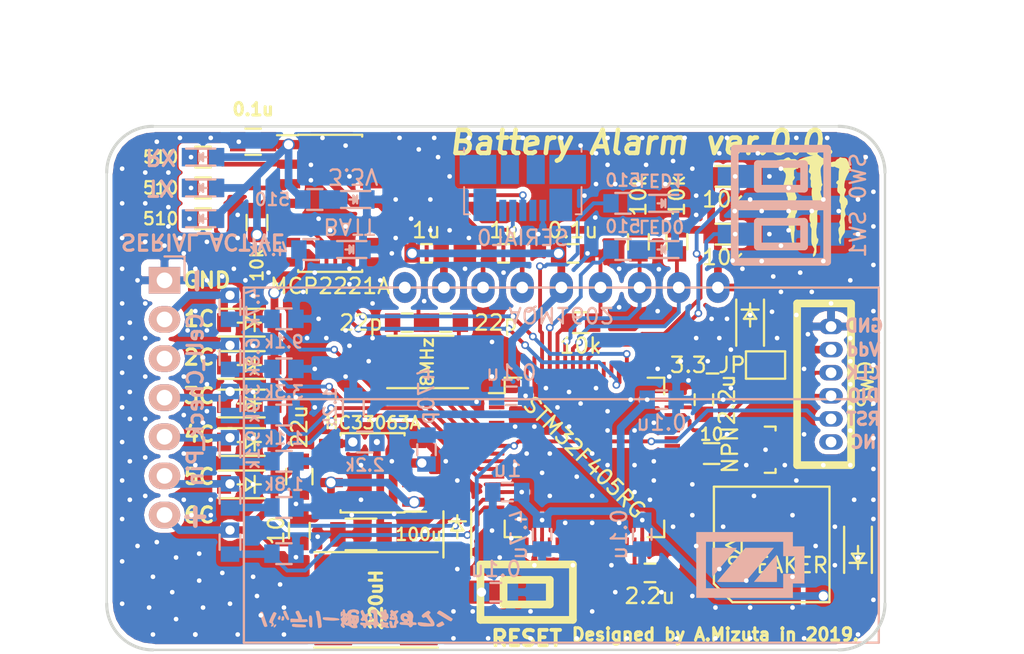
<source format=kicad_pcb>
(kicad_pcb (version 20171130) (host pcbnew "(5.0.2)-1")
  (layers (0 F.Cu signal) (31 B.Cu signal) (34 B.Paste user) (35 F.Paste user) (36 B.SilkS user) (37 F.SilkS user) (38 B.Mask user) (39 F.Mask user) (44 Edge.Cuts user))
  (net 0 "")
  (net 1 /OSC_IN)
  (net 2 GND)
  (net 3 /~NRST)
  (net 4 /OSC_OUT)
  (net 5 +3.3V)
  (net 6 "Net-(C7-Pad1)")
  (net 7 "Net-(C9-Pad1)")
  (net 8 "Net-(C12-Pad1)")
  (net 9 "Net-(C13-Pad2)")
  (net 10 "Net-(C13-Pad1)")
  (net 11 +BATT)
  (net 12 /1cell_batt)
  (net 13 /2cell_batt)
  (net 14 /3cell_batt)
  (net 15 /4cell_batt)
  (net 16 /5cell_batt)
  (net 17 "Net-(D8-Pad1)")
  (net 18 "Net-(D9-Pad1)")
  (net 19 "Net-(D10-Pad1)")
  (net 20 "Net-(JP1-Pad2)")
  (net 21 /SWCLK)
  (net 22 /SWDIO)
  (net 23 "Net-(P1-Pad6)")
  (net 24 "Net-(R1-Pad1)")
  (net 25 /I2C1_SCL)
  (net 26 /ADC12_IN10)
  (net 27 /I2C1_SDA)
  (net 28 /TIM1_CH1)
  (net 29 /ADC12_IN11)
  (net 30 /ADC12_IN12)
  (net 31 /ADC12_IN13)
  (net 32 /ADC12_IN0)
  (net 33 /ADC12_IN1)
  (net 34 "Net-(U1-Pad2)")
  (net 35 "Net-(U1-Pad3)")
  (net 36 "Net-(U1-Pad4)")
  (net 37 "Net-(U1-Pad16)")
  (net 38 "Net-(U1-Pad17)")
  (net 39 "Net-(U1-Pad20)")
  (net 40 "Net-(U1-Pad21)")
  (net 41 "Net-(U1-Pad22)")
  (net 42 "Net-(U1-Pad23)")
  (net 43 "Net-(U1-Pad24)")
  (net 44 "Net-(U1-Pad25)")
  (net 45 "Net-(U1-Pad26)")
  (net 46 "Net-(U1-Pad27)")
  (net 47 "Net-(U1-Pad28)")
  (net 48 "Net-(U1-Pad34)")
  (net 49 "Net-(U1-Pad35)")
  (net 50 "Net-(U1-Pad36)")
  (net 51 "Net-(U1-Pad37)")
  (net 52 "Net-(U1-Pad38)")
  (net 53 "Net-(U1-Pad39)")
  (net 54 "Net-(U1-Pad40)")
  (net 55 "Net-(U1-Pad42)")
  (net 56 "Net-(U1-Pad43)")
  (net 57 "Net-(U1-Pad44)")
  (net 58 "Net-(U1-Pad45)")
  (net 59 "Net-(U1-Pad50)")
  (net 60 "Net-(U1-Pad53)")
  (net 61 "Net-(U1-Pad54)")
  (net 62 "Net-(U1-Pad55)")
  (net 63 "Net-(U2-Pad1)")
  (net 64 "Net-(C15-Pad2)")
  (net 65 "Net-(D12-Pad1)")
  (net 66 "Net-(R23-Pad1)")
  (net 67 "Net-(R24-Pad2)")
  (net 68 /PB4)
  (net 69 "Net-(U1-Pad29)")
  (net 70 "Net-(U1-Pad30)")
  (net 71 "Net-(U1-Pad33)")
  (net 72 /PB8)
  (net 73 /PB9)
  (net 74 "Net-(D13-Pad2)")
  (net 75 "Net-(D14-Pad2)")
  (net 76 "Net-(D15-Pad2)")
  (net 77 "Net-(P3-Pad6)")
  (net 78 "Net-(P3-Pad4)")
  (net 79 /D+)
  (net 80 /D-)
  (net 81 "Net-(P3-Pad1)")
  (net 82 "Net-(R27-Pad1)")
  (net 83 /GP0)
  (net 84 /GP1)
  (net 85 /GP2)
  (net 86 "Net-(U4-Pad8)")
  (net 87 "Net-(U4-Pad9)")
  (net 88 "Net-(U4-Pad10)")
  (net 89 /PB5)
  (net 90 /USART3_TX)
  (net 91 /USART3_RX)
  (net 92 "Net-(D1-Pad2)")
  (net 93 "Net-(D2-Pad2)")
  (net 94 "Net-(D11-Pad1)")
  (net 95 "Net-(Q1-Pad2)")
  (module Mizz_lib:USB_Micro-B_Molex_47346-0001 (layer B.Cu) (at 135.5 76.5)
    (fp_text reference P3 hide)
    (fp_text value SERIAL0 (at 0 3.25 180) (layer B.SilkS) (effects (justify mirror)))
    (pad 6 smd rect (at 0.84 -1.2) (size 1.175 1.9) (layers B.Cu B.Paste B.Mask) (net 77 "Net-(P3-Pad6)"))
    (pad 6 smd rect (at -0.84 -1.2) (size 1.175 1.9) (layers B.Cu B.Paste B.Mask) (net 77 "Net-(P3-Pad6)"))
    (pad 6 smd rect (at 2.91 -1.2) (size 2.375 1.9) (layers B.Cu B.Paste B.Mask) (net 77 "Net-(P3-Pad6)"))
    (pad 6 smd rect (at -2.91 -1.2) (size 2.375 1.9) (layers B.Cu B.Paste B.Mask) (net 77 "Net-(P3-Pad6)"))
    (pad 6 smd rect (at 2.4625 1.1) (size 1.475 2.1) (layers B.Cu B.Paste B.Mask) (net 77 "Net-(P3-Pad6)"))
    (pad 6 smd rect (at -2.4625 1.1) (size 1.475 2.1) (layers B.Cu B.Paste B.Mask) (net 77 "Net-(P3-Pad6)"))
    (pad 5 smd rect (at 1.3 1.46) (size 0.45 1.38) (layers B.Cu B.Paste B.Mask) (net 2 GND))
    (pad 4 smd rect (at 0.65 1.46) (size 0.45 1.38) (layers B.Cu B.Paste B.Mask) (net 78 "Net-(P3-Pad4)"))
    (pad 3 smd rect (at 0 1.46) (size 0.45 1.38) (layers B.Cu B.Paste B.Mask) (net 79 /D+))
    (pad 2 smd rect (at -0.65 1.46) (size 0.45 1.38) (layers B.Cu B.Paste B.Mask) (net 80 /D-))
    (pad 1 smd rect (at -1.3 1.46) (size 0.45 1.38) (layers B.Cu B.Paste B.Mask) (net 81 "Net-(P3-Pad1)"))
  )
  (module Mizz_lib:SOT-123 (layer F.Cu) (at 151.25 93.5 270)
    (fp_text reference Q1 hide)
    (fp_text value NPN (at 0 2.3 270) (layer F.SilkS))
    (pad 1 smd rect (at 0.95 1.00076 270) (size 0.8001 0.8001) (layers F.Cu F.Paste F.Mask) (net 2 GND))
    (pad 2 smd rect (at -0.95 1.00076 270) (size 0.8001 0.8001) (layers F.Cu F.Paste F.Mask) (net 95 "Net-(Q1-Pad2)"))
    (pad 3 smd rect (at 0 -0.99822 270) (size 0.8001 0.8001) (layers F.Cu F.Paste F.Mask) (net 93 "Net-(D2-Pad2)"))
  )
  (module Mizz_lib:LED_0603 (layer B.Cu) (at 144.5 80.5 180)
    (fp_text reference D8 hide)
    (fp_text value LED0 (at 0 1.5 180 unlocked) (layer B.SilkS) (effects (font (size 0.8 0.8)) (justify mirror)))
    (pad 2 smd rect (at -0.88 0) (size 1 1.2) (layers B.Cu B.Paste B.Mask) (net 2 GND))
    (pad 1 smd rect (at 0.88 0) (size 1 1.2) (layers B.Cu B.Paste B.Mask) (net 17 "Net-(D8-Pad1)"))
  )
  (module Mizz_lib:LED_0603 (layer B.Cu) (at 124.25 80.5 180)
    (fp_text reference D9 hide)
    (fp_text value BATT (at 0 1.5 180 unlocked) (layer B.SilkS) (effects (justify mirror)))
    (pad 1 smd rect (at 0.88 0) (size 1 1.2) (layers B.Cu B.Paste B.Mask) (net 18 "Net-(D9-Pad1)"))
    (pad 2 smd rect (at -0.88 0) (size 1 1.2) (layers B.Cu B.Paste B.Mask) (net 2 GND))
  )
  (module Mizz_lib:LED_0603 (layer B.Cu) (at 124.5 77.25 180)
    (fp_text reference D10 hide)
    (fp_text value 3.3V (at 0 1.5 180 unlocked) (layer B.SilkS) (effects (justify mirror)))
    (pad 2 smd rect (at -0.88 0) (size 1 1.2) (layers B.Cu B.Paste B.Mask) (net 2 GND))
    (pad 1 smd rect (at 0.88 0) (size 1 1.2) (layers B.Cu B.Paste B.Mask) (net 19 "Net-(D10-Pad1)"))
  )
  (module Mizz_lib:ZH_6T (layer F.Cu) (at 155.5 85.5 270)
    (fp_text reference P1 hide)
    (fp_text value SWD (at 3.75 -2.25 270) (layer F.SilkS))
    (pad 1 thru_hole oval (at 0 0 270) (size 1 1.524) (drill 0.7) (layers *.Cu *.Mask) (net 2 GND))
    (pad 2 thru_hole oval (at 1.5 0 270) (size 1 1.524) (drill 0.7) (layers *.Cu *.Mask) (net 20 "Net-(JP1-Pad2)"))
    (pad 3 thru_hole oval (at 3 0 270) (size 1 1.524) (drill 0.7) (layers *.Cu *.Mask) (net 21 /SWCLK))
    (pad 4 thru_hole oval (at 4.5 0 270) (size 1 1.524) (drill 0.7) (layers *.Cu *.Mask) (net 22 /SWDIO))
    (pad 5 thru_hole oval (at 6 0 270) (size 1 1.524) (drill 0.7) (layers *.Cu *.Mask) (net 3 /~NRST))
    (pad 6 thru_hole oval (at 7.5 0 270) (size 1 1.524) (drill 0.7) (layers *.Cu *.Mask) (net 23 "Net-(P1-Pad6)"))
  )
  (module Mizz_lib:UGCT7525AN4 (layer F.Cu) (at 152 100 180)
    (fp_text reference SP1 hide)
    (fp_text value SPEAKER (at 0 -1 180) (layer F.SilkS))
    (pad 3 smd rect (at 3.6 3.6 180) (size 2.3 2.3) (layers F.Cu F.Paste F.Mask))
    (pad 2 smd rect (at -3 3.6 180) (size 2.3 2.3) (layers F.Cu F.Paste F.Mask) (net 93 "Net-(D2-Pad2)"))
    (pad 1 smd rect (at -3 -3 180) (size 2.3 2.3) (layers F.Cu F.Paste F.Mask) (net 5 +3.3V))
  )
  (module Mizz_lib:SW_SPST_CK_RS282G05A3 (layer F.Cu) (at 135.75 102.75 180)
    (fp_text reference SW1 hide)
    (fp_text value RESET (at 0 -3 180) (layer F.SilkS) (effects (font (thickness 0.25))))
    (pad 2 smd rect (at -2.8 0 180) (size 2.6 1.5) (layers F.Cu F.Paste F.Mask) (net 2 GND))
    (pad 1 smd rect (at 2.8 0 180) (size 2.6 1.5) (layers F.Cu F.Paste F.Mask) (net 3 /~NRST))
  )
  (module Mizz_lib:SW_SPST_CK_RS282G05A3 (layer B.Cu) (at 152.25 75.75 180)
    (fp_text reference SW2 hide)
    (fp_text value SW0 (at -5 0 90 unlocked) (layer B.SilkS) (effects (justify mirror)))
    (pad 2 smd rect (at -2.8 0 180) (size 2.6 1.5) (layers B.Cu B.Paste B.Mask) (net 2 GND))
    (pad 1 smd rect (at 2.8 0 180) (size 2.6 1.5) (layers B.Cu B.Paste B.Mask) (net 89 /PB5))
  )
  (module Mizz_lib:SW_SPST_CK_RS282G05A3 (layer B.Cu) (at 152.25 79.5 180)
    (fp_text reference SW3 hide)
    (fp_text value SW1 (at -5 0 90 unlocked) (layer B.SilkS) (effects (justify mirror)))
    (pad 1 smd rect (at 2.8 0 180) (size 2.6 1.5) (layers B.Cu B.Paste B.Mask) (net 68 /PB4))
    (pad 2 smd rect (at -2.8 0 180) (size 2.6 1.5) (layers B.Cu B.Paste B.Mask) (net 2 GND))
  )
  (module Housings_QFP:LQFP-64_10x10mm_Pitch0.5mm (layer F.Cu) (at 139.5 94)
    (fp_text reference U1 hide)
    (fp_text value STM32F405RG (at 0 0 -45) (layer F.SilkS))
    (pad 1 smd rect (at -5.7 -3.75) (size 1 0.25) (layers F.Cu F.Paste F.Mask) (net 5 +3.3V))
    (pad 2 smd rect (at -5.7 -3.25) (size 1 0.25) (layers F.Cu F.Paste F.Mask) (net 34 "Net-(U1-Pad2)"))
    (pad 3 smd rect (at -5.7 -2.75) (size 1 0.25) (layers F.Cu F.Paste F.Mask) (net 35 "Net-(U1-Pad3)"))
    (pad 4 smd rect (at -5.7 -2.25) (size 1 0.25) (layers F.Cu F.Paste F.Mask) (net 36 "Net-(U1-Pad4)"))
    (pad 5 smd rect (at -5.7 -1.75) (size 1 0.25) (layers F.Cu F.Paste F.Mask) (net 1 /OSC_IN))
    (pad 6 smd rect (at -5.7 -1.25) (size 1 0.25) (layers F.Cu F.Paste F.Mask) (net 4 /OSC_OUT))
    (pad 7 smd rect (at -5.7 -0.75) (size 1 0.25) (layers F.Cu F.Paste F.Mask) (net 3 /~NRST))
    (pad 8 smd rect (at -5.7 -0.25) (size 1 0.25) (layers F.Cu F.Paste F.Mask) (net 26 /ADC12_IN10))
    (pad 9 smd rect (at -5.7 0.25) (size 1 0.25) (layers F.Cu F.Paste F.Mask) (net 29 /ADC12_IN11))
    (pad 10 smd rect (at -5.7 0.75) (size 1 0.25) (layers F.Cu F.Paste F.Mask) (net 30 /ADC12_IN12))
    (pad 11 smd rect (at -5.7 1.25) (size 1 0.25) (layers F.Cu F.Paste F.Mask) (net 31 /ADC12_IN13))
    (pad 12 smd rect (at -5.7 1.75) (size 1 0.25) (layers F.Cu F.Paste F.Mask) (net 2 GND))
    (pad 13 smd rect (at -5.7 2.25) (size 1 0.25) (layers F.Cu F.Paste F.Mask) (net 5 +3.3V))
    (pad 14 smd rect (at -5.7 2.75) (size 1 0.25) (layers F.Cu F.Paste F.Mask) (net 32 /ADC12_IN0))
    (pad 15 smd rect (at -5.7 3.25) (size 1 0.25) (layers F.Cu F.Paste F.Mask) (net 33 /ADC12_IN1))
    (pad 16 smd rect (at -5.7 3.75) (size 1 0.25) (layers F.Cu F.Paste F.Mask) (net 37 "Net-(U1-Pad16)"))
    (pad 17 smd rect (at -3.75 5.7 90) (size 1 0.25) (layers F.Cu F.Paste F.Mask) (net 38 "Net-(U1-Pad17)"))
    (pad 18 smd rect (at -3.25 5.7 90) (size 1 0.25) (layers F.Cu F.Paste F.Mask) (net 2 GND))
    (pad 19 smd rect (at -2.75 5.7 90) (size 1 0.25) (layers F.Cu F.Paste F.Mask) (net 5 +3.3V))
    (pad 20 smd rect (at -2.25 5.7 90) (size 1 0.25) (layers F.Cu F.Paste F.Mask) (net 39 "Net-(U1-Pad20)"))
    (pad 21 smd rect (at -1.75 5.7 90) (size 1 0.25) (layers F.Cu F.Paste F.Mask) (net 40 "Net-(U1-Pad21)"))
    (pad 22 smd rect (at -1.25 5.7 90) (size 1 0.25) (layers F.Cu F.Paste F.Mask) (net 41 "Net-(U1-Pad22)"))
    (pad 23 smd rect (at -0.75 5.7 90) (size 1 0.25) (layers F.Cu F.Paste F.Mask) (net 42 "Net-(U1-Pad23)"))
    (pad 24 smd rect (at -0.25 5.7 90) (size 1 0.25) (layers F.Cu F.Paste F.Mask) (net 43 "Net-(U1-Pad24)"))
    (pad 25 smd rect (at 0.25 5.7 90) (size 1 0.25) (layers F.Cu F.Paste F.Mask) (net 44 "Net-(U1-Pad25)"))
    (pad 26 smd rect (at 0.75 5.7 90) (size 1 0.25) (layers F.Cu F.Paste F.Mask) (net 45 "Net-(U1-Pad26)"))
    (pad 27 smd rect (at 1.25 5.7 90) (size 1 0.25) (layers F.Cu F.Paste F.Mask) (net 46 "Net-(U1-Pad27)"))
    (pad 28 smd rect (at 1.75 5.7 90) (size 1 0.25) (layers F.Cu F.Paste F.Mask) (net 47 "Net-(U1-Pad28)"))
    (pad 29 smd rect (at 2.25 5.7 90) (size 1 0.25) (layers F.Cu F.Paste F.Mask) (net 69 "Net-(U1-Pad29)"))
    (pad 30 smd rect (at 2.75 5.7 90) (size 1 0.25) (layers F.Cu F.Paste F.Mask) (net 70 "Net-(U1-Pad30)"))
    (pad 31 smd rect (at 3.25 5.7 90) (size 1 0.25) (layers F.Cu F.Paste F.Mask) (net 6 "Net-(C7-Pad1)"))
    (pad 32 smd rect (at 3.75 5.7 90) (size 1 0.25) (layers F.Cu F.Paste F.Mask) (net 5 +3.3V))
    (pad 33 smd rect (at 5.7 3.75) (size 1 0.25) (layers F.Cu F.Paste F.Mask) (net 71 "Net-(U1-Pad33)"))
    (pad 34 smd rect (at 5.7 3.25) (size 1 0.25) (layers F.Cu F.Paste F.Mask) (net 48 "Net-(U1-Pad34)"))
    (pad 35 smd rect (at 5.7 2.75) (size 1 0.25) (layers F.Cu F.Paste F.Mask) (net 49 "Net-(U1-Pad35)"))
    (pad 36 smd rect (at 5.7 2.25) (size 1 0.25) (layers F.Cu F.Paste F.Mask) (net 50 "Net-(U1-Pad36)"))
    (pad 37 smd rect (at 5.7 1.75) (size 1 0.25) (layers F.Cu F.Paste F.Mask) (net 51 "Net-(U1-Pad37)"))
    (pad 38 smd rect (at 5.7 1.25) (size 1 0.25) (layers F.Cu F.Paste F.Mask) (net 52 "Net-(U1-Pad38)"))
    (pad 39 smd rect (at 5.7 0.75) (size 1 0.25) (layers F.Cu F.Paste F.Mask) (net 53 "Net-(U1-Pad39)"))
    (pad 40 smd rect (at 5.7 0.25) (size 1 0.25) (layers F.Cu F.Paste F.Mask) (net 54 "Net-(U1-Pad40)"))
    (pad 41 smd rect (at 5.7 -0.25) (size 1 0.25) (layers F.Cu F.Paste F.Mask) (net 28 /TIM1_CH1))
    (pad 42 smd rect (at 5.7 -0.75) (size 1 0.25) (layers F.Cu F.Paste F.Mask) (net 55 "Net-(U1-Pad42)"))
    (pad 43 smd rect (at 5.7 -1.25) (size 1 0.25) (layers F.Cu F.Paste F.Mask) (net 56 "Net-(U1-Pad43)"))
    (pad 44 smd rect (at 5.7 -1.75) (size 1 0.25) (layers F.Cu F.Paste F.Mask) (net 57 "Net-(U1-Pad44)"))
    (pad 45 smd rect (at 5.7 -2.25) (size 1 0.25) (layers F.Cu F.Paste F.Mask) (net 58 "Net-(U1-Pad45)"))
    (pad 46 smd rect (at 5.7 -2.75) (size 1 0.25) (layers F.Cu F.Paste F.Mask) (net 22 /SWDIO))
    (pad 47 smd rect (at 5.7 -3.25) (size 1 0.25) (layers F.Cu F.Paste F.Mask) (net 7 "Net-(C9-Pad1)"))
    (pad 48 smd rect (at 5.7 -3.75) (size 1 0.25) (layers F.Cu F.Paste F.Mask) (net 5 +3.3V))
    (pad 49 smd rect (at 3.75 -5.7 90) (size 1 0.25) (layers F.Cu F.Paste F.Mask) (net 21 /SWCLK))
    (pad 50 smd rect (at 3.25 -5.7 90) (size 1 0.25) (layers F.Cu F.Paste F.Mask) (net 59 "Net-(U1-Pad50)"))
    (pad 51 smd rect (at 2.75 -5.7 90) (size 1 0.25) (layers F.Cu F.Paste F.Mask) (net 90 /USART3_TX))
    (pad 52 smd rect (at 2.25 -5.7 90) (size 1 0.25) (layers F.Cu F.Paste F.Mask) (net 91 /USART3_RX))
    (pad 53 smd rect (at 1.75 -5.7 90) (size 1 0.25) (layers F.Cu F.Paste F.Mask) (net 60 "Net-(U1-Pad53)"))
    (pad 54 smd rect (at 1.25 -5.7 90) (size 1 0.25) (layers F.Cu F.Paste F.Mask) (net 61 "Net-(U1-Pad54)"))
    (pad 55 smd rect (at 0.75 -5.7 90) (size 1 0.25) (layers F.Cu F.Paste F.Mask) (net 62 "Net-(U1-Pad55)"))
    (pad 56 smd rect (at 0.25 -5.7 90) (size 1 0.25) (layers F.Cu F.Paste F.Mask) (net 68 /PB4))
    (pad 57 smd rect (at -0.25 -5.7 90) (size 1 0.25) (layers F.Cu F.Paste F.Mask) (net 89 /PB5))
    (pad 58 smd rect (at -0.75 -5.7 90) (size 1 0.25) (layers F.Cu F.Paste F.Mask) (net 25 /I2C1_SCL))
    (pad 59 smd rect (at -1.25 -5.7 90) (size 1 0.25) (layers F.Cu F.Paste F.Mask) (net 27 /I2C1_SDA))
    (pad 60 smd rect (at -1.75 -5.7 90) (size 1 0.25) (layers F.Cu F.Paste F.Mask) (net 24 "Net-(R1-Pad1)"))
    (pad 61 smd rect (at -2.25 -5.7 90) (size 1 0.25) (layers F.Cu F.Paste F.Mask) (net 72 /PB8))
    (pad 62 smd rect (at -2.75 -5.7 90) (size 1 0.25) (layers F.Cu F.Paste F.Mask) (net 73 /PB9))
    (pad 63 smd rect (at -3.25 -5.7 90) (size 1 0.25) (layers F.Cu F.Paste F.Mask) (net 2 GND))
    (pad 64 smd rect (at -3.75 -5.7 90) (size 1 0.25) (layers F.Cu F.Paste F.Mask) (net 5 +3.3V))
  )
  (module Mizz_lib:AQM1602 (layer B.Cu) (at 138 94.5)
    (fp_text reference U2 hide)
    (fp_text value AQM1602 (at 0 -9.75 180 unlocked) (layer B.SilkS) (effects (justify mirror)))
    (pad 9 thru_hole oval (at 10.16 -11.535) (size 1.5 2) (drill 0.762) (layers *.Cu *.Mask) (net 5 +3.3V))
    (pad 8 thru_hole oval (at 7.62 -11.535) (size 1.5 2) (drill 0.762) (layers *.Cu *.Mask) (net 25 /I2C1_SCL))
    (pad 7 thru_hole oval (at 5.08 -11.535) (size 1.5 2) (drill 0.762) (layers *.Cu *.Mask) (net 27 /I2C1_SDA))
    (pad 6 thru_hole oval (at 2.54 -11.535) (size 1.5 2) (drill 0.762) (layers *.Cu *.Mask) (net 2 GND))
    (pad 5 thru_hole oval (at 0 -11.535) (size 1.5 2) (drill 0.762) (layers *.Cu *.Mask) (net 5 +3.3V))
    (pad 4 thru_hole oval (at -2.54 -11.535) (size 1.5 2) (drill 0.762) (layers *.Cu *.Mask) (net 9 "Net-(C13-Pad2)"))
    (pad 3 thru_hole oval (at -5.08 -11.535) (size 1.5 2) (drill 0.762) (layers *.Cu *.Mask) (net 10 "Net-(C13-Pad1)"))
    (pad 2 thru_hole oval (at -7.62 -11.535) (size 1.5 2) (drill 0.762) (layers *.Cu *.Mask) (net 8 "Net-(C12-Pad1)"))
    (pad 1 thru_hole oval (at -10.16 -11.535) (size 1.5 2) (drill 0.762) (layers *.Cu *.Mask) (net 63 "Net-(U2-Pad1)"))
  )
  (module Mizz_lib:Crystal_SMD_5032_2Pads (layer F.Cu) (at 129.3 87.8 180)
    (fp_text reference X1 hide)
    (fp_text value 8MHz (at 0 0 -90) (layer F.SilkS) (effects (font (size 0.8 0.8))))
    (pad 1 smd rect (at -2.05 0 180) (size 2 2.4) (layers F.Cu F.Paste F.Mask) (net 1 /OSC_IN))
    (pad 2 smd rect (at 2.05 0 180) (size 2 2.4) (layers F.Cu F.Paste F.Mask) (net 4 /OSC_OUT))
  )
  (module Mizz_lib:LED_0603 (layer B.Cu) (at 144.5 77.5 180)
    (fp_text reference D12 hide)
    (fp_text value LED1 (at 0 1.5 180 unlocked) (layer B.SilkS) (effects (font (size 0.8 0.8)) (justify mirror)))
    (pad 2 smd rect (at -0.88 0) (size 1 1.2) (layers B.Cu B.Paste B.Mask) (net 2 GND))
    (pad 1 smd rect (at 0.88 0) (size 1 1.2) (layers B.Cu B.Paste B.Mask) (net 65 "Net-(D12-Pad1)"))
  )
  (module Mizz_lib:Pin_Header_Angled_1x07 (layer B.Cu) (at 112.25 82.5 180)
    (fp_text reference P2 hide)
    (fp_text value Cell_Check_Pin (at -2 -7.75 90) (layer B.SilkS) (effects (font (thickness 0.2)) (justify mirror)))
    (pad 7 thru_hole oval (at 0 -15.24 180) (size 2.032 1.7272) (drill 1.016) (layers *.Cu *.Mask B.SilkS) (net 11 +BATT))
    (pad 6 thru_hole oval (at 0 -12.7 180) (size 2.032 1.7272) (drill 1.016) (layers *.Cu *.Mask B.SilkS) (net 16 /5cell_batt))
    (pad 5 thru_hole oval (at 0 -10.16 180) (size 2.032 1.7272) (drill 1.016) (layers *.Cu *.Mask B.SilkS) (net 15 /4cell_batt))
    (pad 4 thru_hole oval (at 0 -7.62 180) (size 2.032 1.7272) (drill 1.016) (layers *.Cu *.Mask B.SilkS) (net 14 /3cell_batt))
    (pad 3 thru_hole oval (at 0 -5.08 180) (size 2.032 1.7272) (drill 1.016) (layers *.Cu *.Mask B.SilkS) (net 13 /2cell_batt))
    (pad 2 thru_hole oval (at 0 -2.54 180) (size 2.032 1.7272) (drill 1.016) (layers *.Cu *.Mask B.SilkS) (net 12 /1cell_batt))
    (pad 1 thru_hole rect (at 0 0 180) (size 2.032 1.7272) (drill 1.016) (layers *.Cu *.Mask B.SilkS) (net 2 GND))
  )
  (module Capacitors_SMD:C_1206 (layer F.Cu) (at 125 99 180)
    (fp_text reference C14 hide)
    (fp_text value 100u (at -3.75 0) (layer F.SilkS) (effects (font (size 0.8 0.8))))
    (pad 1 smd rect (at -1.5 0 180) (size 1 1.6) (layers F.Cu F.Paste F.Mask) (net 5 +3.3V))
    (pad 2 smd rect (at 1.5 0 180) (size 1 1.6) (layers F.Cu F.Paste F.Mask) (net 2 GND))
  )
  (module Mizz_lib:LED_0603 (layer B.Cu) (at 114.75 74.5)
    (fp_text reference D13 hide)
    (fp_text value RX (at -2.75 0 180 unlocked) (layer B.SilkS) (effects (font (thickness 0.2)) (justify mirror)))
    (pad 1 smd rect (at 0.88 0 180) (size 1 1.2) (layers B.Cu B.Paste B.Mask) (net 5 +3.3V))
    (pad 2 smd rect (at -0.88 0 180) (size 1 1.2) (layers B.Cu B.Paste B.Mask) (net 74 "Net-(D13-Pad2)"))
  )
  (module Mizz_lib:LED_0603 (layer B.Cu) (at 114.75 76.5)
    (fp_text reference D14 hide)
    (fp_text value TX (at -2.75 0 180 unlocked) (layer B.SilkS) (effects (font (thickness 0.2)) (justify mirror)))
    (pad 2 smd rect (at -0.88 0 180) (size 1 1.2) (layers B.Cu B.Paste B.Mask) (net 75 "Net-(D14-Pad2)"))
    (pad 1 smd rect (at 0.88 0 180) (size 1 1.2) (layers B.Cu B.Paste B.Mask) (net 5 +3.3V))
  )
  (module Mizz_lib:LED_0603 (layer B.Cu) (at 114.75 78.5)
    (fp_text reference D15 hide)
    (fp_text value SERIAL_ACTIVE (at 0 1.5 180 unlocked) (layer B.SilkS) (effects (font (thickness 0.2)) (justify mirror)))
    (pad 2 smd rect (at -0.88 0 180) (size 1 1.2) (layers B.Cu B.Paste B.Mask) (net 76 "Net-(D15-Pad2)"))
    (pad 1 smd rect (at 0.88 0 180) (size 1 1.2) (layers B.Cu B.Paste B.Mask) (net 5 +3.3V))
  )
  (module Mizz_lib:Battery_Killer_logo (layer B.Cu) (at 124.75 104.5)
    (fp_text reference G*** hide)
    (fp_text value LOGO hide)
  )
  (module Mizz_lib:C_0603 (layer F.Cu) (at 130.5 85.25 180)
    (fp_text reference C1 hide)
    (fp_text value 22p (at -3.25 0 180) (layer F.SilkS))
    (pad 1 smd rect (at -0.95 0 180) (size 1 1.2) (layers F.Cu F.Paste F.Mask) (net 1 /OSC_IN))
    (pad 2 smd rect (at 0.93 0 180) (size 1 1.2) (layers F.Cu F.Paste F.Mask) (net 2 GND))
  )
  (module Mizz_lib:C_0603 (layer B.Cu) (at 133.75 102.75 180)
    (fp_text reference C2 hide)
    (fp_text value 0.1u (at 0 1.5 180) (layer B.SilkS) (effects (justify mirror)))
    (pad 2 smd rect (at 0.93 0 180) (size 1 1.2) (layers B.Cu B.Paste B.Mask) (net 3 /~NRST))
    (pad 1 smd rect (at -0.95 0 180) (size 1 1.2) (layers B.Cu B.Paste B.Mask) (net 2 GND))
  )
  (module Mizz_lib:C_0603 (layer F.Cu) (at 128 85.25)
    (fp_text reference C3 hide)
    (fp_text value 22p (at -3 0) (layer F.SilkS))
    (pad 2 smd rect (at 0.93 0) (size 1 1.2) (layers F.Cu F.Paste F.Mask) (net 2 GND))
    (pad 1 smd rect (at -0.95 0) (size 1 1.2) (layers F.Cu F.Paste F.Mask) (net 4 /OSC_OUT))
  )
  (module Mizz_lib:C_0603 (layer B.Cu) (at 136.75 99 90)
    (fp_text reference C4 hide)
    (fp_text value 4.7u (at 0 -1.5 90) (layer B.SilkS) (effects (justify mirror)))
    (pad 1 smd rect (at -0.95 0 90) (size 1 1.2) (layers B.Cu B.Paste B.Mask) (net 2 GND))
    (pad 2 smd rect (at 0.93 0 90) (size 1 1.2) (layers B.Cu B.Paste B.Mask) (net 5 +3.3V))
  )
  (module Mizz_lib:C_0603 (layer B.Cu) (at 143.25 99 90)
    (fp_text reference C5 hide)
    (fp_text value 0.1u (at 0 -1.5 90) (layer B.SilkS) (effects (justify mirror)))
    (pad 2 smd rect (at 0.93 0 90) (size 1 1.2) (layers B.Cu B.Paste B.Mask) (net 5 +3.3V))
    (pad 1 smd rect (at -0.95 0 90) (size 1 1.2) (layers B.Cu B.Paste B.Mask) (net 2 GND))
  )
  (module Mizz_lib:C_0603 (layer B.Cu) (at 144.5 90.25 180)
    (fp_text reference C6 hide)
    (fp_text value 0.1u (at 0 -1.5 180) (layer B.SilkS) (effects (justify mirror)))
    (pad 1 smd rect (at -0.95 0 180) (size 1 1.2) (layers B.Cu B.Paste B.Mask) (net 2 GND))
    (pad 2 smd rect (at 0.93 0 180) (size 1 1.2) (layers B.Cu B.Paste B.Mask) (net 5 +3.3V))
  )
  (module Mizz_lib:C_0603 (layer F.Cu) (at 143.75 101.5)
    (fp_text reference C7 hide)
    (fp_text value 2.2u (at 0 1.5) (layer F.SilkS))
    (pad 2 smd rect (at 0.93 0) (size 1 1.2) (layers F.Cu F.Paste F.Mask) (net 2 GND))
    (pad 1 smd rect (at -0.95 0) (size 1 1.2) (layers F.Cu F.Paste F.Mask) (net 6 "Net-(C7-Pad1)"))
  )
  (module Mizz_lib:C_0603 (layer B.Cu) (at 134.75 90)
    (fp_text reference C8 hide)
    (fp_text value 0.1u (at 0 -1.5) (layer B.SilkS) (effects (justify mirror)))
    (pad 2 smd rect (at 0.93 0) (size 1 1.2) (layers B.Cu B.Paste B.Mask) (net 5 +3.3V))
    (pad 1 smd rect (at -0.95 0) (size 1 1.2) (layers B.Cu B.Paste B.Mask) (net 2 GND))
  )
  (module Mizz_lib:C_0603 (layer F.Cu) (at 147.25 90.25 90)
    (fp_text reference C9 hide)
    (fp_text value 2.2u (at 0 1.5 90) (layer F.SilkS))
    (pad 1 smd rect (at -0.95 0 90) (size 1 1.2) (layers F.Cu F.Paste F.Mask) (net 7 "Net-(C9-Pad1)"))
    (pad 2 smd rect (at 0.93 0 90) (size 1 1.2) (layers F.Cu F.Paste F.Mask) (net 2 GND))
  )
  (module Mizz_lib:C_0603 (layer B.Cu) (at 134.5 96.25)
    (fp_text reference C10 hide)
    (fp_text value 1u (at 0 -1.5) (layer B.SilkS) (effects (justify mirror)))
    (pad 1 smd rect (at -0.95 0) (size 1 1.2) (layers B.Cu B.Paste B.Mask) (net 2 GND))
    (pad 2 smd rect (at 0.93 0) (size 1 1.2) (layers B.Cu B.Paste B.Mask) (net 5 +3.3V))
  )
  (module Mizz_lib:C_0603 (layer F.Cu) (at 138.75 80.75 180)
    (fp_text reference C11 hide)
    (fp_text value 0.1u (at 0 1.5 180) (layer F.SilkS))
    (pad 2 smd rect (at 0.93 0 180) (size 1 1.2) (layers F.Cu F.Paste F.Mask) (net 5 +3.3V))
    (pad 1 smd rect (at -0.95 0 180) (size 1 1.2) (layers F.Cu F.Paste F.Mask) (net 2 GND))
  )
  (module Mizz_lib:C_0603 (layer F.Cu) (at 129.25 80.75 180)
    (fp_text reference C12 hide)
    (fp_text value 1u (at 0 1.5 180) (layer F.SilkS))
    (pad 1 smd rect (at -0.95 0 180) (size 1 1.2) (layers F.Cu F.Paste F.Mask) (net 8 "Net-(C12-Pad1)"))
    (pad 2 smd rect (at 0.93 0 180) (size 1 1.2) (layers F.Cu F.Paste F.Mask) (net 5 +3.3V))
  )
  (module Mizz_lib:C_0603 (layer F.Cu) (at 134.25 80.75)
    (fp_text reference C13 hide)
    (fp_text value 1u (at 0 -1.5) (layer F.SilkS))
    (pad 1 smd rect (at -0.95 0) (size 1 1.2) (layers F.Cu F.Paste F.Mask) (net 10 "Net-(C13-Pad1)"))
    (pad 2 smd rect (at 0.93 0) (size 1 1.2) (layers F.Cu F.Paste F.Mask) (net 9 "Net-(C13-Pad2)"))
  )
  (module Mizz_lib:C_0603 (layer B.Cu) (at 129.25 93.5 270)
    (fp_text reference C15 hide)
    (fp_text value 470p (at -3.5 0 270) (layer B.SilkS) (effects (justify mirror)))
    (pad 2 smd rect (at 0.93 0 270) (size 1 1.2) (layers B.Cu B.Paste B.Mask) (net 64 "Net-(C15-Pad2)"))
    (pad 1 smd rect (at -0.95 0 270) (size 1 1.2) (layers B.Cu B.Paste B.Mask) (net 2 GND))
  )
  (module Mizz_lib:C_0805 (layer F.Cu) (at 121 95.25 90)
    (fp_text reference C16 hide)
    (fp_text value 22u (at 3.25 0 90) (layer F.SilkS))
    (pad 1 smd rect (at -1 0 90) (size 1 1.25) (layers F.Cu F.Paste F.Mask) (net 2 GND))
    (pad 2 smd rect (at 1 0 90) (size 1 1.25) (layers F.Cu F.Paste F.Mask) (net 11 +BATT))
  )
  (module Mizz_lib:C_0805 (layer F.Cu) (at 118 73.5 180)
    (fp_text reference C17 hide)
    (fp_text value 0.1u (at 0 2.1 180) (layer F.SilkS) (effects (font (size 0.8 0.8) (thickness 0.2))))
    (pad 2 smd rect (at 1 0 180) (size 1 1.25) (layers F.Cu F.Paste F.Mask) (net 2 GND))
    (pad 1 smd rect (at -1 0 180) (size 1 1.25) (layers F.Cu F.Paste F.Mask) (net 5 +3.3V))
  )
  (module Mizz_lib:GS2 (layer F.Cu) (at 151.25 88 90)
    (fp_text reference JP1 hide)
    (fp_text value 3.3_JP (at 0 -3.75 180) (layer F.SilkS))
    (pad 1 smd rect (at 0 -0.635 90) (size 1.27 0.9652) (layers F.Cu F.Paste F.Mask) (net 92 "Net-(D1-Pad2)"))
    (pad 2 smd rect (at 0 0.635 90) (size 1.27 0.9652) (layers F.Cu F.Paste F.Mask) (net 20 "Net-(JP1-Pad2)"))
  )
  (module Mizz_lib:R_0603 (layer F.Cu) (at 139.25 85.25)
    (fp_text reference R1 hide)
    (fp_text value 10k (at 0 1.5) (layer F.SilkS))
    (pad 2 smd rect (at 0.78 0) (size 1 1.2) (layers F.Cu F.Paste F.Mask) (net 2 GND))
    (pad 1 smd rect (at -0.78 0) (size 1 1.2) (layers F.Cu F.Paste F.Mask) (net 24 "Net-(R1-Pad1)"))
  )
  (module Mizz_lib:R_0603 (layer F.Cu) (at 145.5 80 270)
    (fp_text reference R2 hide)
    (fp_text value 10k (at -3 0 270) (layer F.SilkS))
    (pad 2 smd rect (at 0.78 0 270) (size 1 1.2) (layers F.Cu F.Paste F.Mask) (net 25 /I2C1_SCL))
    (pad 1 smd rect (at -0.78 0 270) (size 1 1.2) (layers F.Cu F.Paste F.Mask) (net 5 +3.3V))
  )
  (module Mizz_lib:R_0603 (layer B.Cu) (at 116.5 84.25 90)
    (fp_text reference R3 hide)
    (fp_text value 4.7k (at 0 1.5 90) (layer B.SilkS) (effects (font (size 0.8 0.8)) (justify mirror)))
    (pad 1 smd rect (at -0.78 0 90) (size 1 1.2) (layers B.Cu B.Paste B.Mask) (net 26 /ADC12_IN10))
    (pad 2 smd rect (at 0.78 0 90) (size 1 1.2) (layers B.Cu B.Paste B.Mask) (net 12 /1cell_batt))
  )
  (module Mizz_lib:R_0603 (layer B.Cu) (at 120 85 180)
    (fp_text reference R4 hide)
    (fp_text value 9.1k (at 0 -1.5 180) (layer B.SilkS) (effects (font (size 0.8 0.8)) (justify mirror)))
    (pad 1 smd rect (at -0.78 0 180) (size 1 1.2) (layers B.Cu B.Paste B.Mask) (net 2 GND))
    (pad 2 smd rect (at 0.78 0 180) (size 1 1.2) (layers B.Cu B.Paste B.Mask) (net 26 /ADC12_IN10))
  )
  (module Mizz_lib:R_0603 (layer F.Cu) (at 143 80 270)
    (fp_text reference R5 hide)
    (fp_text value 10k (at -3 0 270) (layer F.SilkS))
    (pad 2 smd rect (at 0.78 0 270) (size 1 1.2) (layers F.Cu F.Paste F.Mask) (net 27 /I2C1_SDA))
    (pad 1 smd rect (at -0.78 0 270) (size 1 1.2) (layers F.Cu F.Paste F.Mask) (net 5 +3.3V))
  )
  (module Mizz_lib:R_0603 (layer F.Cu) (at 147.75 93.75 180)
    (fp_text reference R6 hide)
    (fp_text value 10 (at 0 1.25 180) (layer F.SilkS) (effects (font (size 0.8 0.8))))
    (pad 2 smd rect (at 0.78 0 180) (size 1 1.2) (layers F.Cu F.Paste F.Mask) (net 28 /TIM1_CH1))
    (pad 1 smd rect (at -0.78 0 180) (size 1 1.2) (layers F.Cu F.Paste F.Mask) (net 95 "Net-(Q1-Pad2)"))
  )
  (module Mizz_lib:R_0603 (layer B.Cu) (at 116.5 87.5 90)
    (fp_text reference R7 hide)
    (fp_text value 6.8k (at 0 1.5 90) (layer B.SilkS) (effects (font (size 0.8 0.8)) (justify mirror)))
    (pad 2 smd rect (at 0.78 0 90) (size 1 1.2) (layers B.Cu B.Paste B.Mask) (net 13 /2cell_batt))
    (pad 1 smd rect (at -0.78 0 90) (size 1 1.2) (layers B.Cu B.Paste B.Mask) (net 29 /ADC12_IN11))
  )
  (module Mizz_lib:R_0603 (layer B.Cu) (at 120 88.25 180)
    (fp_text reference R8 hide)
    (fp_text value 3.3k (at 0 -1.5 180) (layer B.SilkS) (effects (font (size 0.8 0.8)) (justify mirror)))
    (pad 2 smd rect (at 0.78 0 180) (size 1 1.2) (layers B.Cu B.Paste B.Mask) (net 29 /ADC12_IN11))
    (pad 1 smd rect (at -0.78 0 180) (size 1 1.2) (layers B.Cu B.Paste B.Mask) (net 2 GND))
  )
  (module Mizz_lib:R_0603 (layer B.Cu) (at 116.5 90.5 90)
    (fp_text reference R10 hide)
    (fp_text value 3.9k (at 0 1.5 90) (layer B.SilkS) (effects (font (size 0.8 0.8)) (justify mirror)))
    (pad 1 smd rect (at -0.78 0 90) (size 1 1.2) (layers B.Cu B.Paste B.Mask) (net 30 /ADC12_IN12))
    (pad 2 smd rect (at 0.78 0 90) (size 1 1.2) (layers B.Cu B.Paste B.Mask) (net 14 /3cell_batt))
  )
  (module Mizz_lib:R_0603 (layer B.Cu) (at 120 91.25 180)
    (fp_text reference R11 hide)
    (fp_text value 1.1k (at 0 -1.5 180) (layer B.SilkS) (effects (font (size 0.8 0.8)) (justify mirror)))
    (pad 2 smd rect (at 0.78 0 180) (size 1 1.2) (layers B.Cu B.Paste B.Mask) (net 30 /ADC12_IN12))
    (pad 1 smd rect (at -0.78 0 180) (size 1 1.2) (layers B.Cu B.Paste B.Mask) (net 2 GND))
  )
  (module Mizz_lib:R_0603 (layer B.Cu) (at 116.5 93.5 90)
    (fp_text reference R12 hide)
    (fp_text value 9.1k (at 0 1.5 90) (layer B.SilkS) (effects (font (size 0.8 0.8)) (justify mirror)))
    (pad 1 smd rect (at -0.78 0 90) (size 1 1.2) (layers B.Cu B.Paste B.Mask) (net 31 /ADC12_IN13))
    (pad 2 smd rect (at 0.78 0 90) (size 1 1.2) (layers B.Cu B.Paste B.Mask) (net 15 /4cell_batt))
  )
  (module Mizz_lib:R_0603 (layer B.Cu) (at 120 94.25 180)
    (fp_text reference R13 hide)
    (fp_text value 1.8k (at 0 -1.5 180) (layer B.SilkS) (effects (font (size 0.8 0.8)) (justify mirror)))
    (pad 2 smd rect (at 0.78 0 180) (size 1 1.2) (layers B.Cu B.Paste B.Mask) (net 31 /ADC12_IN13))
    (pad 1 smd rect (at -0.78 0 180) (size 1 1.2) (layers B.Cu B.Paste B.Mask) (net 2 GND))
  )
  (module Mizz_lib:R_0603 (layer F.Cu) (at 148.5 75.75)
    (fp_text reference R14 hide)
    (fp_text value 10k (at 0 1.5) (layer F.SilkS))
    (pad 1 smd rect (at -0.78 0) (size 1 1.2) (layers F.Cu F.Paste F.Mask) (net 5 +3.3V))
    (pad 2 smd rect (at 0.78 0) (size 1 1.2) (layers F.Cu F.Paste F.Mask) (net 89 /PB5))
  )
  (module Mizz_lib:R_0603 (layer F.Cu) (at 148.5 79.5)
    (fp_text reference R15 hide)
    (fp_text value 10k (at 0 1.5) (layer F.SilkS))
    (pad 1 smd rect (at -0.78 0) (size 1 1.2) (layers F.Cu F.Paste F.Mask) (net 5 +3.3V))
    (pad 2 smd rect (at 0.78 0) (size 1 1.2) (layers F.Cu F.Paste F.Mask) (net 68 /PB4))
  )
  (module Mizz_lib:R_0603 (layer B.Cu) (at 121.75 80.5 180)
    (fp_text reference R16 hide)
    (fp_text value 4.7k (at 2.75 0 180) (layer B.SilkS) (effects (font (size 0.8 0.8)) (justify mirror)))
    (pad 2 smd rect (at 0.78 0 180) (size 1 1.2) (layers B.Cu B.Paste B.Mask) (net 11 +BATT))
    (pad 1 smd rect (at -0.78 0 180) (size 1 1.2) (layers B.Cu B.Paste B.Mask) (net 18 "Net-(D9-Pad1)"))
  )
  (module Mizz_lib:R_0603 (layer B.Cu) (at 122 77.25 180)
    (fp_text reference R17 hide)
    (fp_text value 510 (at 2.75 0 180) (layer B.SilkS) (effects (font (size 0.8 0.8)) (justify mirror)))
    (pad 1 smd rect (at -0.78 0 180) (size 1 1.2) (layers B.Cu B.Paste B.Mask) (net 19 "Net-(D10-Pad1)"))
    (pad 2 smd rect (at 0.78 0 180) (size 1 1.2) (layers B.Cu B.Paste B.Mask) (net 5 +3.3V))
  )
  (module Mizz_lib:R_0603 (layer B.Cu) (at 142 80.5)
    (fp_text reference R20 hide)
    (fp_text value 510 (at 0 -1.5 180) (layer B.SilkS) (effects (font (size 0.8 0.8)) (justify mirror)))
    (pad 2 smd rect (at 0.78 0) (size 1 1.2) (layers B.Cu B.Paste B.Mask) (net 17 "Net-(D8-Pad1)"))
    (pad 1 smd rect (at -0.78 0) (size 1 1.2) (layers B.Cu B.Paste B.Mask) (net 72 /PB8))
  )
  (module Mizz_lib:R_0603 (layer B.Cu) (at 124.5 90.75 90)
    (fp_text reference R23 hide)
    (fp_text value 1.2k (at 0 -1.5 90) (layer B.SilkS) (effects (font (size 0.8 0.8)) (justify mirror)))
    (pad 1 smd rect (at -0.78 0 90) (size 1 1.2) (layers B.Cu B.Paste B.Mask) (net 66 "Net-(R23-Pad1)"))
    (pad 2 smd rect (at 0.78 0 90) (size 1 1.2) (layers B.Cu B.Paste B.Mask) (net 2 GND))
  )
  (module Mizz_lib:R_0603 (layer F.Cu) (at 121 98.75 90)
    (fp_text reference R24 hide)
    (fp_text value 10 (at 0 -1.5 90) (layer F.SilkS))
    (pad 2 smd rect (at 0.78 0 90) (size 1 1.2) (layers F.Cu F.Paste F.Mask) (net 67 "Net-(R24-Pad2)"))
    (pad 1 smd rect (at -0.78 0 90) (size 1 1.2) (layers F.Cu F.Paste F.Mask) (net 11 +BATT))
  )
  (module Mizz_lib:R_0603 (layer B.Cu) (at 125.25 93 180)
    (fp_text reference R25 hide)
    (fp_text value 2.2k (at 0 -1.5 180) (layer B.SilkS) (effects (font (size 0.8 0.8)) (justify mirror)))
    (pad 1 smd rect (at -0.78 0 180) (size 1 1.2) (layers B.Cu B.Paste B.Mask) (net 5 +3.3V))
    (pad 2 smd rect (at 0.78 0 180) (size 1 1.2) (layers B.Cu B.Paste B.Mask) (net 66 "Net-(R23-Pad1)"))
  )
  (module Mizz_lib:R_0603 (layer B.Cu) (at 142 77.5)
    (fp_text reference R26 hide)
    (fp_text value 510 (at 0 -1.5 180) (layer B.SilkS) (effects (font (size 0.8 0.8)) (justify mirror)))
    (pad 1 smd rect (at -0.78 0) (size 1 1.2) (layers B.Cu B.Paste B.Mask) (net 73 /PB9))
    (pad 2 smd rect (at 0.78 0) (size 1 1.2) (layers B.Cu B.Paste B.Mask) (net 65 "Net-(D12-Pad1)"))
  )
  (module Mizz_lib:R_0603 (layer F.Cu) (at 118.25 78.75 270)
    (fp_text reference R27 hide)
    (fp_text value 10k (at 2.75 0 270) (layer F.SilkS) (effects (font (size 0.8 0.8))))
    (pad 1 smd rect (at -0.78 0 270) (size 1 1.2) (layers F.Cu F.Paste F.Mask) (net 82 "Net-(R27-Pad1)"))
    (pad 2 smd rect (at 0.78 0 270) (size 1 1.2) (layers F.Cu F.Paste F.Mask) (net 5 +3.3V))
  )
  (module Mizz_lib:R_0603 (layer F.Cu) (at 114.75 74.5 180)
    (fp_text reference R28 hide)
    (fp_text value 510 (at 2.75 0 180) (layer F.SilkS) (effects (font (size 0.8 0.8))))
    (pad 2 smd rect (at 0.78 0 180) (size 1 1.2) (layers F.Cu F.Paste F.Mask) (net 74 "Net-(D13-Pad2)"))
    (pad 1 smd rect (at -0.78 0 180) (size 1 1.2) (layers F.Cu F.Paste F.Mask) (net 83 /GP0))
  )
  (module Mizz_lib:R_0603 (layer F.Cu) (at 114.75 76.5 180)
    (fp_text reference R29 hide)
    (fp_text value 510 (at 2.75 0 180) (layer F.SilkS) (effects (font (size 0.8 0.8))))
    (pad 1 smd rect (at -0.78 0 180) (size 1 1.2) (layers F.Cu F.Paste F.Mask) (net 84 /GP1))
    (pad 2 smd rect (at 0.78 0 180) (size 1 1.2) (layers F.Cu F.Paste F.Mask) (net 75 "Net-(D14-Pad2)"))
  )
  (module Mizz_lib:R_0603 (layer F.Cu) (at 114.75 78.5 180)
    (fp_text reference R30 hide)
    (fp_text value 510 (at 2.75 0 180) (layer F.SilkS) (effects (font (size 0.8 0.8))))
    (pad 1 smd rect (at -0.78 0 180) (size 1 1.2) (layers F.Cu F.Paste F.Mask) (net 85 /GP2))
    (pad 2 smd rect (at 0.78 0 180) (size 1 1.2) (layers F.Cu F.Paste F.Mask) (net 76 "Net-(D15-Pad2)"))
  )
  (module Mizz_lib:SOIC-8_3.9x4.9mm_Pitch1.27mm (layer F.Cu) (at 125.75 95 180)
    (fp_text reference U3 hide)
    (fp_text value MC33063A (at 0 3.25 180) (layer F.SilkS) (effects (font (size 0.8 0.8))))
    (pad 1 smd rect (at -2.7 -1.905 180) (size 1.55 0.6) (layers F.Cu F.Paste F.Mask) (net 67 "Net-(R24-Pad2)"))
    (pad 2 smd rect (at -2.7 -0.635 180) (size 1.55 0.6) (layers F.Cu F.Paste F.Mask) (net 94 "Net-(D11-Pad1)"))
    (pad 3 smd rect (at -2.7 0.635 180) (size 1.55 0.6) (layers F.Cu F.Paste F.Mask) (net 64 "Net-(C15-Pad2)"))
    (pad 4 smd rect (at -2.7 1.905 180) (size 1.55 0.6) (layers F.Cu F.Paste F.Mask) (net 2 GND))
    (pad 5 smd rect (at 2.7 1.905 180) (size 1.55 0.6) (layers F.Cu F.Paste F.Mask) (net 66 "Net-(R23-Pad1)"))
    (pad 6 smd rect (at 2.7 0.635 180) (size 1.55 0.6) (layers F.Cu F.Paste F.Mask) (net 11 +BATT))
    (pad 7 smd rect (at 2.7 -0.635 180) (size 1.55 0.6) (layers F.Cu F.Paste F.Mask) (net 67 "Net-(R24-Pad2)"))
    (pad 8 smd rect (at 2.7 -1.905 180) (size 1.55 0.6) (layers F.Cu F.Paste F.Mask) (net 67 "Net-(R24-Pad2)"))
  )
  (module Mizz_lib:SOIC-14_3.9x8.7mm_Pitch1.27mm (layer F.Cu) (at 123 77.5)
    (fp_text reference U4 hide)
    (fp_text value MCP2221A (at 0 5.375) (layer F.SilkS))
    (pad 1 smd rect (at -2.7 -3.81) (size 1.5 0.6) (layers F.Cu F.Paste F.Mask) (net 5 +3.3V))
    (pad 2 smd rect (at -2.7 -2.54) (size 1.5 0.6) (layers F.Cu F.Paste F.Mask) (net 83 /GP0))
    (pad 3 smd rect (at -2.7 -1.27) (size 1.5 0.6) (layers F.Cu F.Paste F.Mask) (net 84 /GP1))
    (pad 4 smd rect (at -2.7 0) (size 1.5 0.6) (layers F.Cu F.Paste F.Mask) (net 82 "Net-(R27-Pad1)"))
    (pad 5 smd rect (at -2.7 1.27) (size 1.5 0.6) (layers F.Cu F.Paste F.Mask) (net 90 /USART3_TX))
    (pad 6 smd rect (at -2.7 2.54) (size 1.5 0.6) (layers F.Cu F.Paste F.Mask) (net 91 /USART3_RX))
    (pad 7 smd rect (at -2.7 3.81) (size 1.5 0.6) (layers F.Cu F.Paste F.Mask) (net 85 /GP2))
    (pad 8 smd rect (at 2.7 3.81) (size 1.5 0.6) (layers F.Cu F.Paste F.Mask) (net 86 "Net-(U4-Pad8)"))
    (pad 9 smd rect (at 2.7 2.54) (size 1.5 0.6) (layers F.Cu F.Paste F.Mask) (net 87 "Net-(U4-Pad9)"))
    (pad 10 smd rect (at 2.7 1.27) (size 1.5 0.6) (layers F.Cu F.Paste F.Mask) (net 88 "Net-(U4-Pad10)"))
    (pad 11 smd rect (at 2.7 0) (size 1.5 0.6) (layers F.Cu F.Paste F.Mask) (net 5 +3.3V))
    (pad 12 smd rect (at 2.7 -1.27) (size 1.5 0.6) (layers F.Cu F.Paste F.Mask) (net 80 /D-))
    (pad 13 smd rect (at 2.7 -2.54) (size 1.5 0.6) (layers F.Cu F.Paste F.Mask) (net 79 /D+))
    (pad 14 smd rect (at 2.7 -3.81) (size 1.5 0.6) (layers F.Cu F.Paste F.Mask) (net 2 GND))
  )
  (module Resistors_SMD:R_0603 (layer B.Cu) (at 116.5 96.5 90)
    (fp_text reference R18 hide)
    (fp_text value 1.3k)
    (pad 1 smd rect (at -0.78 0 90) (size 1 1.2) (layers B.Cu B.Paste B.Mask) (net 32 /ADC12_IN0))
    (pad 2 smd rect (at 0.78 0 90) (size 1 1.2) (layers B.Cu B.Paste B.Mask) (net 16 /5cell_batt))
  )
  (module Resistors_SMD:R_0603 (layer B.Cu) (at 120 97.25 180)
    (fp_text reference R19 hide)
    (fp_text value 200)
    (pad 2 smd rect (at 0.78 0 180) (size 1 1.2) (layers B.Cu B.Paste B.Mask) (net 32 /ADC12_IN0))
    (pad 1 smd rect (at -0.78 0 180) (size 1 1.2) (layers B.Cu B.Paste B.Mask) (net 2 GND))
  )
  (module Resistors_SMD:R_0603 (layer B.Cu) (at 116.5 99.5 90)
    (fp_text reference R21 hide)
    (fp_text value 1.3k)
    (pad 2 smd rect (at 0.78 0 90) (size 1 1.2) (layers B.Cu B.Paste B.Mask) (net 11 +BATT))
    (pad 1 smd rect (at -0.78 0 90) (size 1 1.2) (layers B.Cu B.Paste B.Mask) (net 33 /ADC12_IN1))
  )
  (module Resistors_SMD:R_0603 (layer B.Cu) (at 120 100.25 180)
    (fp_text reference R22 hide)
    (fp_text value 160)
    (pad 1 smd rect (at -0.78 0 180) (size 1 1.2) (layers B.Cu B.Paste B.Mask) (net 2 GND))
    (pad 2 smd rect (at 0.78 0 180) (size 1 1.2) (layers B.Cu B.Paste B.Mask) (net 33 /ADC12_IN1))
  )
  (module Mizz_lib:SOD-123 (layer F.Cu) (at 131.25 98.5 90)
    (fp_text reference D11 hide)
    (fp_text value DIODE hide)
    (pad 2 smd rect (at -1.635 0 90) (size 0.91 1.22) (layers F.Cu F.Paste F.Mask) (net 2 GND))
    (pad 1 smd rect (at 1.635 0 90) (size 0.91 1.22) (layers F.Cu F.Paste F.Mask) (net 94 "Net-(D11-Pad1)"))
  )
  (module Mizz_lib:SOD-123 (layer F.Cu) (at 117.75 85.25)
    (fp_text reference D3 hide)
    (fp_text value DIODE hide)
    (pad 2 smd rect (at -1.635 0) (size 0.91 1.22) (layers F.Cu F.Paste F.Mask) (net 12 /1cell_batt))
    (pad 1 smd rect (at 1.635 0) (size 0.91 1.22) (layers F.Cu F.Paste F.Mask) (net 11 +BATT))
  )
  (module Mizz_lib:SOD-123 (layer F.Cu) (at 117.75 88)
    (fp_text reference D4 hide)
    (fp_text value DIODE hide)
    (pad 2 smd rect (at -1.635 0) (size 0.91 1.22) (layers F.Cu F.Paste F.Mask) (net 13 /2cell_batt))
    (pad 1 smd rect (at 1.635 0) (size 0.91 1.22) (layers F.Cu F.Paste F.Mask) (net 11 +BATT))
  )
  (module Mizz_lib:SOD-123 (layer F.Cu) (at 117.75 90.5)
    (fp_text reference D5 hide)
    (fp_text value DIODE hide)
    (pad 1 smd rect (at 1.635 0) (size 0.91 1.22) (layers F.Cu F.Paste F.Mask) (net 11 +BATT))
    (pad 2 smd rect (at -1.635 0) (size 0.91 1.22) (layers F.Cu F.Paste F.Mask) (net 14 /3cell_batt))
  )
  (module Mizz_lib:SOD-123 (layer F.Cu) (at 117.75 93)
    (fp_text reference D6 hide)
    (fp_text value DIODE hide)
    (pad 2 smd rect (at -1.635 0) (size 0.91 1.22) (layers F.Cu F.Paste F.Mask) (net 15 /4cell_batt))
    (pad 1 smd rect (at 1.635 0) (size 0.91 1.22) (layers F.Cu F.Paste F.Mask) (net 11 +BATT))
  )
  (module Mizz_lib:SOD-123 (layer F.Cu) (at 117.75 95.75)
    (fp_text reference D7 hide)
    (fp_text value DIODE hide)
    (pad 2 smd rect (at -1.635 0) (size 0.91 1.22) (layers F.Cu F.Paste F.Mask) (net 16 /5cell_batt))
    (pad 1 smd rect (at 1.635 0) (size 0.91 1.22) (layers F.Cu F.Paste F.Mask) (net 11 +BATT))
  )
  (module Mizz_lib:SOD-123 (layer F.Cu) (at 150.25 84.75 90)
    (fp_text reference D1 hide)
    (fp_text value DIODE hide)
    (pad 2 smd rect (at -1.635 0 90) (size 0.91 1.22) (layers F.Cu F.Paste F.Mask) (net 92 "Net-(D1-Pad2)"))
    (pad 1 smd rect (at 1.635 0 90) (size 0.91 1.22) (layers F.Cu F.Paste F.Mask) (net 5 +3.3V))
  )
  (module Mizz_lib:Mini_Monster (layer F.Cu) (at 154.25 77.65)
    (fp_text reference U5 hide)
    (fp_text value LOGO hide)
  )
  (module Mizz_lib:Battery_logo_7.0x7.0 (layer B.Cu) (at 150.25 101)
    (fp_text reference U6 hide)
    (fp_text value LOGO hide)
  )
  (module Mizz_lib:Inductor_Taiyo-Yuden_NR-60xx_HandSoldering (layer F.Cu) (at 125.975 103.25)
    (fp_text reference L1 hide)
    (fp_text value 220uH (at 0 0 90) (layer F.SilkS) (effects (font (size 0.8 0.8) (thickness 0.2))))
    (pad 1 smd rect (at -2.775 0) (size 2.45 5.9) (layers F.Cu F.Paste F.Mask) (net 5 +3.3V))
    (pad 2 smd rect (at 2.775 0) (size 2.45 5.9) (layers F.Cu F.Paste F.Mask) (net 94 "Net-(D11-Pad1)"))
  )
  (module Mizz_lib:SOD-123 (layer F.Cu) (at 157.25 100.5 270)
    (fp_text reference D2 hide)
    (fp_text value DIODE hide)
    (pad 2 smd rect (at -1.635 0 270) (size 0.91 1.22) (layers F.Cu F.Paste F.Mask) (net 93 "Net-(D2-Pad2)"))
    (pad 1 smd rect (at 1.635 0 270) (size 0.91 1.22) (layers F.Cu F.Paste F.Mask) (net 5 +3.3V))
  )
  (gr_text NC (at 157.6 93) (layer B.SilkS) (effects (font (size 0.8 0.8) (thickness 0.2)) (justify mirror)))
  (gr_text RST (at 157.6 91.5) (layer B.SilkS) (effects (font (size 0.8 0.8) (thickness 0.2)) (justify mirror)))
  (gr_text DIO (at 157.6 90) (layer B.SilkS) (effects (font (size 0.8 0.8) (thickness 0.2)) (justify mirror)))
  (gr_text CLK (at 157.6 88.5) (layer B.SilkS) (effects (font (size 0.8 0.8) (thickness 0.2)) (justify mirror)))
  (gr_text Vdd (at 157.6 87) (layer B.SilkS) (effects (font (size 0.8 0.8) (thickness 0.2)) (justify mirror)))
  (gr_text GND (at 157.65 85.45) (layer B.SilkS) (effects (font (size 0.8 0.8) (thickness 0.2)) (justify mirror)))
  (gr_line (start 108.5 103.5) (end 108.5 75.5) (layer Edge.Cuts) (width 0.15))
  (gr_line (start 156 106.5) (end 111.5 106.5) (layer Edge.Cuts) (width 0.15))
  (gr_line (start 159 75.5) (end 159 103.5) (layer Edge.Cuts) (width 0.15))
  (gr_line (start 111.5 72.5) (end 156 72.5) (layer Edge.Cuts) (width 0.15))
  (gr_arc (start 111.5 103.5) (end 108.5 103.5) (angle -90) (layer Edge.Cuts) (width 0.2))
  (gr_arc (start 111.5 75.5) (end 111.5 72.5) (angle -90) (layer Edge.Cuts) (width 0.2))
  (gr_arc (start 156 75.5) (end 159 75.5) (angle -90) (layer Edge.Cuts) (width 0.2))
  (gr_arc (start 156 103.5) (end 156 106.5) (angle -90) (layer Edge.Cuts) (width 0.2))
  (gr_text "Designed by A.Mizuta in 2019." (at 148 105.5) (layer F.SilkS) (effects (font (size 0.8 0.8) (thickness 0.2))))
  (gr_text "Battery Alarm ver.0.0." (at 143.25 73.55) (layer F.SilkS) (effects (font (size 1.5 1.5) (thickness 0.3) italic)))
  (gr_text GND (at 115 82.5) (layer F.SilkS) (effects (font (size 1 1) (thickness 0.2))))
  (gr_text 5C (at 114.5 95.25) (layer F.SilkS) (effects (font (size 1 1) (thickness 0.2))))
  (gr_text 4C (at 114.5 92.5) (layer F.SilkS) (effects (font (size 1 1) (thickness 0.2))))
  (gr_text 3C (at 114.5 90) (layer F.SilkS) (effects (font (size 1 1) (thickness 0.2))))
  (gr_text 2C (at 114.5 87.5) (layer F.SilkS) (effects (font (size 1 1) (thickness 0.2))))
  (gr_text 6C (at 114.5 97.75) (layer F.SilkS) (effects (font (size 1 1) (thickness 0.2))))
  (gr_text 1C (at 114.5 85) (layer F.SilkS) (effects (font (size 1 1) (thickness 0.2))))
  (gr_text + (at 114.25 97.75) (layer B.SilkS) (effects (font (size 1.5 1.5) (thickness 0.3)) (justify mirror)))
  (gr_text - (at 114.25 82.5 90) (layer B.SilkS) (effects (font (size 1.5 1.5) (thickness 0.3)) (justify mirror)))
  (segment (start 131.35 89.25) (end 131.35 87.8) (width 0.25) (layer F.Cu) (net 1))
  (segment (start 131.35 90.55) (end 131.35 89.25) (width 0.25) (layer F.Cu) (net 1))
  (segment (start 133.05 92.25) (end 131.35 90.55) (width 0.25) (layer F.Cu) (net 1))
  (segment (start 133.8 92.25) (end 133.05 92.25) (width 0.25) (layer F.Cu) (net 1))
  (segment (start 131.35 85.35) (end 131.45 85.25) (width 0.25) (layer F.Cu) (net 1))
  (segment (start 131.35 87.8) (end 131.35 85.35) (width 0.25) (layer F.Cu) (net 1))
  (via (at 117.07 73.5) (size 0.5) (drill 0.3) (layers F.Cu B.Cu) (net 2))
  (via (at 139.7 80.75) (size 0.5) (drill 0.3) (layers F.Cu B.Cu) (net 2))
  (segment (start 136.25 99.7) (end 136.25 100.45) (width 0.25) (layer F.Cu) (net 2))
  (segment (start 136.25 99.7) (end 136.25 99.3) (width 0.25) (layer F.Cu) (net 2))
  (segment (start 136.25 99.7) (end 136.25 98.63) (width 0.25) (layer F.Cu) (net 2))
  (segment (start 133.8 95.75) (end 135.078998 95.75) (width 0.25) (layer F.Cu) (net 2))
  (segment (start 133.8 95.75) (end 133.09 95.75) (width 0.25) (layer F.Cu) (net 2))
  (segment (start 136.25 88.3) (end 136.25 88.98) (width 0.25) (layer F.Cu) (net 2))
  (segment (start 136.25 88.3) (end 136.25 87.49) (width 0.25) (layer F.Cu) (net 2))
  (via (at 120.78 100.480002) (size 0.5) (drill 0.3) (layers F.Cu B.Cu) (net 2))
  (segment (start 120.78 100.25) (end 120.78 100.480002) (width 0.25) (layer B.Cu) (net 2))
  (via (at 120.78 97.019998) (size 0.5) (drill 0.3) (layers F.Cu B.Cu) (net 2))
  (segment (start 120.78 97.25) (end 120.78 97.019998) (width 0.25) (layer B.Cu) (net 2))
  (via (at 118 92.75) (size 0.5) (drill 0.3) (layers F.Cu B.Cu) (net 2))
  (via (at 113.5 96.75) (size 0.5) (drill 0.3) (layers F.Cu B.Cu) (net 2))
  (via (at 114.25 94.5) (size 0.5) (drill 0.3) (layers F.Cu B.Cu) (net 2))
  (via (at 113.5 91.25) (size 0.5) (drill 0.3) (layers F.Cu B.Cu) (net 2))
  (via (at 113.5 88.75) (size 0.5) (drill 0.3) (layers F.Cu B.Cu) (net 2))
  (via (at 113.75 85.75) (size 0.5) (drill 0.3) (layers F.Cu B.Cu) (net 2))
  (via (at 114.5 100.25) (size 0.5) (drill 0.3) (layers F.Cu B.Cu) (net 2))
  (via (at 146.25 89) (size 0.5) (drill 0.3) (layers F.Cu B.Cu) (net 2))
  (via (at 146.75 86.25) (size 0.5) (drill 0.3) (layers F.Cu B.Cu) (net 2))
  (via (at 144.25 84.5) (size 0.5) (drill 0.3) (layers F.Cu B.Cu) (net 2))
  (via (at 141.75 84.25) (size 0.5) (drill 0.3) (layers F.Cu B.Cu) (net 2))
  (via (at 130.75 75.75) (size 0.5) (drill 0.3) (layers F.Cu B.Cu) (net 2))
  (via (at 128.75 74) (size 0.5) (drill 0.3) (layers F.Cu B.Cu) (net 2))
  (via (at 114.25 81.75) (size 0.5) (drill 0.3) (layers F.Cu B.Cu) (net 2))
  (via (at 125 96.75) (size 0.5) (drill 0.3) (layers F.Cu B.Cu) (net 2))
  (via (at 125 94.5) (size 0.5) (drill 0.3) (layers F.Cu B.Cu) (net 2))
  (via (at 127 94.25) (size 0.5) (drill 0.3) (layers F.Cu B.Cu) (net 2))
  (via (at 127.15 97.67) (size 0.5) (drill 0.3) (layers F.Cu B.Cu) (net 2))
  (via (at 118 95.75) (size 0.5) (drill 0.3) (layers F.Cu B.Cu) (net 2))
  (via (at 118 101.75) (size 0.5) (drill 0.3) (layers F.Cu B.Cu) (net 2))
  (via (at 118 86.75) (size 0.5) (drill 0.3) (layers F.Cu B.Cu) (net 2))
  (via (at 118 89.75) (size 0.5) (drill 0.3) (layers F.Cu B.Cu) (net 2))
  (via (at 118 83.5) (size 0.5) (drill 0.3) (layers F.Cu B.Cu) (net 2))
  (via (at 122.25 85) (size 0.5) (drill 0.3) (layers F.Cu B.Cu) (net 2))
  (via (at 150.25 84.75) (size 0.5) (drill 0.3) (layers F.Cu B.Cu) (net 2))
  (via (at 153.75 88.25) (size 0.5) (drill 0.3) (layers F.Cu B.Cu) (net 2))
  (via (at 153.25 84.75) (size 0.5) (drill 0.3) (layers F.Cu B.Cu) (net 2))
  (via (at 153.75 92.5) (size 0.5) (drill 0.3) (layers F.Cu B.Cu) (net 2))
  (via (at 152.5 94.5) (size 0.5) (drill 0.3) (layers F.Cu B.Cu) (net 2))
  (via (at 150.5 96.5) (size 0.5) (drill 0.3) (layers F.Cu B.Cu) (net 2))
  (via (at 146.5 95.75) (size 0.5) (drill 0.3) (layers F.Cu B.Cu) (net 2))
  (via (at 146.75 99.75) (size 0.5) (drill 0.3) (layers F.Cu B.Cu) (net 2))
  (via (at 146.5 103) (size 0.5) (drill 0.3) (layers F.Cu B.Cu) (net 2))
  (via (at 134 100.5) (size 0.5) (drill 0.3) (layers F.Cu B.Cu) (net 2))
  (via (at 135.25 98) (size 0.5) (drill 0.3) (layers F.Cu B.Cu) (net 2))
  (via (at 137.25 96.5) (size 0.5) (drill 0.3) (layers F.Cu B.Cu) (net 2))
  (via (at 137.25 93.75) (size 0.5) (drill 0.3) (layers F.Cu B.Cu) (net 2))
  (via (at 141 91) (size 0.5) (drill 0.3) (layers F.Cu B.Cu) (net 2))
  (via (at 144 91.75) (size 0.5) (drill 0.3) (layers F.Cu B.Cu) (net 2))
  (via (at 141.75 98.25) (size 0.5) (drill 0.3) (layers F.Cu B.Cu) (net 2))
  (via (at 138.25 98.25) (size 0.5) (drill 0.3) (layers F.Cu B.Cu) (net 2))
  (via (at 140 96.5) (size 0.5) (drill 0.3) (layers F.Cu B.Cu) (net 2))
  (via (at 125.5 87.75) (size 0.5) (drill 0.3) (layers F.Cu B.Cu) (net 2))
  (via (at 122 88.25) (size 0.5) (drill 0.3) (layers F.Cu B.Cu) (net 2))
  (via (at 122 90.75) (size 0.5) (drill 0.3) (layers F.Cu B.Cu) (net 2))
  (via (at 121.25 83.25) (size 0.5) (drill 0.3) (layers F.Cu B.Cu) (net 2))
  (via (at 111.75 73.5) (size 0.5) (drill 0.3) (layers F.Cu B.Cu) (net 2))
  (via (at 109.5 75.25) (size 0.5) (drill 0.3) (layers F.Cu B.Cu) (net 2))
  (via (at 109.5 77.5) (size 0.5) (drill 0.3) (layers F.Cu B.Cu) (net 2))
  (via (at 109.5 79.75) (size 0.5) (drill 0.3) (layers F.Cu B.Cu) (net 2))
  (via (at 109.5 81.75) (size 0.5) (drill 0.3) (layers F.Cu B.Cu) (net 2))
  (via (at 109.5 84) (size 0.5) (drill 0.3) (layers F.Cu B.Cu) (net 2))
  (via (at 109.5 86.25) (size 0.5) (drill 0.3) (layers F.Cu B.Cu) (net 2))
  (via (at 109.5 88.5) (size 0.5) (drill 0.3) (layers F.Cu B.Cu) (net 2))
  (via (at 109.5 90.75) (size 0.5) (drill 0.3) (layers F.Cu B.Cu) (net 2))
  (via (at 109.5 93) (size 0.5) (drill 0.3) (layers F.Cu B.Cu) (net 2))
  (via (at 109.5 95.5) (size 0.5) (drill 0.3) (layers F.Cu B.Cu) (net 2))
  (via (at 109.5 98) (size 0.5) (drill 0.3) (layers F.Cu B.Cu) (net 2))
  (via (at 111.75 99.5) (size 0.5) (drill 0.3) (layers F.Cu B.Cu) (net 2))
  (via (at 109.5 100.75) (size 0.5) (drill 0.3) (layers F.Cu B.Cu) (net 2))
  (via (at 109.5 103.5) (size 0.5) (drill 0.3) (layers F.Cu B.Cu) (net 2))
  (via (at 111.5 105.5) (size 0.5) (drill 0.3) (layers F.Cu B.Cu) (net 2))
  (via (at 114.25 105.5) (size 0.5) (drill 0.3) (layers F.Cu B.Cu) (net 2))
  (via (at 114.25 105.5) (size 0.5) (drill 0.3) (layers F.Cu B.Cu) (net 2))
  (via (at 114.25 105.5) (size 0.5) (drill 0.3) (layers F.Cu B.Cu) (net 2))
  (via (at 117 105.5) (size 0.5) (drill 0.3) (layers F.Cu B.Cu) (net 2))
  (via (at 120 105.5) (size 0.5) (drill 0.3) (layers F.Cu B.Cu) (net 2))
  (via (at 112.75 102.75) (size 0.5) (drill 0.3) (layers F.Cu B.Cu) (net 2))
  (via (at 116.5 103.5) (size 0.5) (drill 0.3) (layers F.Cu B.Cu) (net 2))
  (via (at 120 103.75) (size 0.5) (drill 0.3) (layers F.Cu B.Cu) (net 2))
  (via (at 112.25 80.25) (size 0.5) (drill 0.3) (layers F.Cu B.Cu) (net 2))
  (via (at 116.75 81.75) (size 0.5) (drill 0.3) (layers F.Cu B.Cu) (net 2))
  (via (at 124 79) (size 0.5) (drill 0.3) (layers F.Cu B.Cu) (net 2))
  (via (at 122.25 78.5) (size 0.5) (drill 0.3) (layers F.Cu B.Cu) (net 2))
  (via (at 124.25 75.75) (size 0.5) (drill 0.3) (layers F.Cu B.Cu) (net 2))
  (via (at 124 73.75) (size 0.5) (drill 0.3) (layers F.Cu B.Cu) (net 2))
  (via (at 126.25 82.5) (size 0.5) (drill 0.3) (layers F.Cu B.Cu) (net 2))
  (via (at 131.75 81.75) (size 0.5) (drill 0.3) (layers F.Cu B.Cu) (net 2))
  (via (at 134.25 82) (size 0.5) (drill 0.3) (layers F.Cu B.Cu) (net 2))
  (via (at 141.75 81.75) (size 0.5) (drill 0.3) (layers F.Cu B.Cu) (net 2))
  (via (at 127.5 73.25) (size 0.5) (drill 0.3) (layers F.Cu B.Cu) (net 2))
  (via (at 132 73.25) (size 0.5) (drill 0.3) (layers F.Cu B.Cu) (net 2))
  (via (at 135.5 73.25) (size 0.5) (drill 0.3) (layers F.Cu B.Cu) (net 2))
  (via (at 141 73.25) (size 0.5) (drill 0.3) (layers F.Cu B.Cu) (net 2))
  (via (at 146 73.25) (size 0.5) (drill 0.3) (layers F.Cu B.Cu) (net 2))
  (via (at 148.75 73.25) (size 0.5) (drill 0.3) (layers F.Cu B.Cu) (net 2))
  (via (at 153.25 73.25) (size 0.5) (drill 0.3) (layers F.Cu B.Cu) (net 2))
  (via (at 155.25 73.25) (size 0.5) (drill 0.3) (layers F.Cu B.Cu) (net 2))
  (via (at 157.75 74.5) (size 0.5) (drill 0.3) (layers F.Cu B.Cu) (net 2))
  (via (at 158.25 76.75) (size 0.5) (drill 0.3) (layers F.Cu B.Cu) (net 2))
  (via (at 158.25 79) (size 0.5) (drill 0.3) (layers F.Cu B.Cu) (net 2))
  (via (at 158.25 81.5) (size 0.5) (drill 0.3) (layers F.Cu B.Cu) (net 2))
  (via (at 158.25 84.5) (size 0.5) (drill 0.3) (layers F.Cu B.Cu) (net 2))
  (via (at 158.25 88) (size 0.5) (drill 0.3) (layers F.Cu B.Cu) (net 2))
  (via (at 158.25 90.5) (size 0.5) (drill 0.3) (layers F.Cu B.Cu) (net 2))
  (via (at 158.25 92.75) (size 0.5) (drill 0.3) (layers F.Cu B.Cu) (net 2))
  (via (at 158.25 94.75) (size 0.5) (drill 0.3) (layers F.Cu B.Cu) (net 2))
  (via (at 158.25 96.75) (size 0.5) (drill 0.3) (layers F.Cu B.Cu) (net 2))
  (via (at 157 96.75) (size 0.5) (drill 0.3) (layers F.Cu B.Cu) (net 2))
  (via (at 158.25 98) (size 0.5) (drill 0.3) (layers F.Cu B.Cu) (net 2))
  (via (at 156.75 94.5) (size 0.5) (drill 0.3) (layers F.Cu B.Cu) (net 2))
  (via (at 156.75 90.75) (size 0.5) (drill 0.3) (layers F.Cu B.Cu) (net 2))
  (via (at 156.75 89.25) (size 0.5) (drill 0.3) (layers F.Cu B.Cu) (net 2))
  (via (at 156.75 87.75) (size 0.5) (drill 0.3) (layers F.Cu B.Cu) (net 2))
  (via (at 155.5 84) (size 0.5) (drill 0.3) (layers F.Cu B.Cu) (net 2))
  (via (at 151 81.25) (size 0.5) (drill 0.3) (layers F.Cu B.Cu) (net 2))
  (via (at 152.25 83.25) (size 0.5) (drill 0.3) (layers F.Cu B.Cu) (net 2))
  (via (at 149 87) (size 0.5) (drill 0.3) (layers F.Cu B.Cu) (net 2))
  (via (at 149 89.5) (size 0.5) (drill 0.3) (layers F.Cu B.Cu) (net 2))
  (via (at 144.25 88.25) (size 0.5) (drill 0.3) (layers F.Cu B.Cu) (net 2))
  (via (at 158.25 103.25) (size 0.5) (drill 0.3) (layers F.Cu B.Cu) (net 2))
  (via (at 157.25 105.5) (size 0.5) (drill 0.3) (layers F.Cu B.Cu) (net 2))
  (via (at 153.75 105.75) (size 0.5) (drill 0.3) (layers F.Cu B.Cu) (net 2))
  (via (at 153 103.75) (size 0.5) (drill 0.3) (layers F.Cu B.Cu) (net 2))
  (via (at 150.25 105.75) (size 0.5) (drill 0.3) (layers F.Cu B.Cu) (net 2))
  (via (at 150.25 103.75) (size 0.5) (drill 0.3) (layers F.Cu B.Cu) (net 2))
  (via (at 148 103.75) (size 0.5) (drill 0.3) (layers F.Cu B.Cu) (net 2))
  (via (at 148 105.75) (size 0.5) (drill 0.3) (layers F.Cu B.Cu) (net 2))
  (via (at 145.5 105.75) (size 0.5) (drill 0.3) (layers F.Cu B.Cu) (net 2))
  (via (at 144.5 102.75) (size 0.5) (drill 0.3) (layers F.Cu B.Cu) (net 2))
  (via (at 141.5 102.75) (size 0.5) (drill 0.3) (layers F.Cu B.Cu) (net 2))
  (via (at 141.25 101) (size 0.5) (drill 0.3) (layers F.Cu B.Cu) (net 2))
  (via (at 138.75 101) (size 0.5) (drill 0.3) (layers F.Cu B.Cu) (net 2))
  (via (at 136.25 101) (size 0.5) (drill 0.3) (layers F.Cu B.Cu) (net 2))
  (via (at 133.5 98.75) (size 0.5) (drill 0.3) (layers F.Cu B.Cu) (net 2))
  (via (at 131.25 101.25) (size 0.5) (drill 0.3) (layers F.Cu B.Cu) (net 2))
  (via (at 133.25 105.75) (size 0.5) (drill 0.3) (layers F.Cu B.Cu) (net 2))
  (via (at 132.25 104) (size 0.5) (drill 0.3) (layers F.Cu B.Cu) (net 2))
  (via (at 136 105.75) (size 0.5) (drill 0.3) (layers F.Cu B.Cu) (net 2))
  (via (at 136 104) (size 0.5) (drill 0.3) (layers F.Cu B.Cu) (net 2))
  (via (at 139 105.75) (size 0.5) (drill 0.3) (layers F.Cu B.Cu) (net 2))
  (via (at 140 104) (size 0.5) (drill 0.3) (layers F.Cu B.Cu) (net 2))
  (via (at 142.25 105.75) (size 0.5) (drill 0.3) (layers F.Cu B.Cu) (net 2))
  (via (at 155 81.25) (size 0.5) (drill 0.3) (layers F.Cu B.Cu) (net 2))
  (via (at 149.25 78) (size 0.5) (drill 0.3) (layers F.Cu B.Cu) (net 2))
  (via (at 146.75 78.25) (size 0.5) (drill 0.3) (layers F.Cu B.Cu) (net 2))
  (via (at 146.5 75.25) (size 0.5) (drill 0.3) (layers F.Cu B.Cu) (net 2))
  (via (at 144.75 76.25) (size 0.5) (drill 0.3) (layers F.Cu B.Cu) (net 2))
  (via (at 141.5 76.25) (size 0.5) (drill 0.3) (layers F.Cu B.Cu) (net 2))
  (via (at 138 73.25) (size 0.5) (drill 0.3) (layers F.Cu B.Cu) (net 2))
  (via (at 129.5 79.25) (size 0.5) (drill 0.3) (layers F.Cu B.Cu) (net 2))
  (via (at 127.25 77.25) (size 0.5) (drill 0.3) (layers F.Cu B.Cu) (net 2))
  (via (at 127 80.75) (size 0.5) (drill 0.3) (layers F.Cu B.Cu) (net 2))
  (via (at 117 79.75) (size 0.5) (drill 0.3) (layers F.Cu B.Cu) (net 2))
  (via (at 133.5 88.75) (size 0.5) (drill 0.3) (layers F.Cu B.Cu) (net 2))
  (via (at 132.5 90.39) (size 0.5) (drill 0.3) (layers F.Cu B.Cu) (net 2))
  (via (at 131.25 95.5) (size 0.5) (drill 0.3) (layers F.Cu B.Cu) (net 2))
  (via (at 153 97.75) (size 0.5) (drill 0.3) (layers F.Cu B.Cu) (net 2))
  (via (at 148.5 98.5) (size 0.5) (drill 0.3) (layers F.Cu B.Cu) (net 2))
  (via (at 155.75 101) (size 0.5) (drill 0.3) (layers F.Cu B.Cu) (net 2))
  (via (at 155.75 98.5) (size 0.5) (drill 0.3) (layers F.Cu B.Cu) (net 2))
  (via (at 157.25 100.5) (size 0.5) (drill 0.3) (layers F.Cu B.Cu) (net 2))
  (via (at 148.25 101.25) (size 0.5) (drill 0.3) (layers F.Cu B.Cu) (net 2))
  (via (at 153 101.75) (size 0.5) (drill 0.3) (layers F.Cu B.Cu) (net 2))
  (via (at 146.5 97.75) (size 0.5) (drill 0.3) (layers F.Cu B.Cu) (net 2))
  (via (at 156.75 82.5) (size 0.5) (drill 0.3) (layers F.Cu B.Cu) (net 2))
  (via (at 153.5 82) (size 0.5) (drill 0.3) (layers F.Cu B.Cu) (net 2))
  (via (at 148.75 85) (size 0.5) (drill 0.3) (layers F.Cu B.Cu) (net 2))
  (via (at 152 86.25) (size 0.5) (drill 0.3) (layers F.Cu B.Cu) (net 2))
  (via (at 124 85.75) (size 0.5) (drill 0.3) (layers F.Cu B.Cu) (net 2))
  (via (at 121.5 86.25) (size 0.5) (drill 0.3) (layers F.Cu B.Cu) (net 2))
  (via (at 115 80) (size 0.5) (drill 0.3) (layers F.Cu B.Cu) (net 2))
  (via (at 112.5 77.75) (size 0.5) (drill 0.3) (layers F.Cu B.Cu) (net 2))
  (via (at 112.5 75.5) (size 0.5) (drill 0.3) (layers F.Cu B.Cu) (net 2))
  (via (at 111 84) (size 0.5) (drill 0.3) (layers F.Cu B.Cu) (net 2))
  (via (at 111 86.25) (size 0.5) (drill 0.3) (layers F.Cu B.Cu) (net 2))
  (via (at 111 88.75) (size 0.5) (drill 0.3) (layers F.Cu B.Cu) (net 2))
  (via (at 111 91.5) (size 0.5) (drill 0.3) (layers F.Cu B.Cu) (net 2))
  (via (at 111 94) (size 0.5) (drill 0.3) (layers F.Cu B.Cu) (net 2))
  (via (at 111 96.5) (size 0.5) (drill 0.3) (layers F.Cu B.Cu) (net 2))
  (via (at 139 95.25) (size 0.5) (drill 0.3) (layers F.Cu B.Cu) (net 2))
  (via (at 145.25 98.5) (size 0.5) (drill 0.3) (layers F.Cu B.Cu) (net 2))
  (via (at 124 88.75) (size 0.5) (drill 0.3) (layers F.Cu B.Cu) (net 2))
  (via (at 140 98.25) (size 0.5) (drill 0.3) (layers F.Cu B.Cu) (net 2))
  (via (at 136.75 95) (size 0.5) (drill 0.3) (layers F.Cu B.Cu) (net 2))
  (via (at 136.25 92) (size 0.5) (drill 0.3) (layers F.Cu B.Cu) (net 2))
  (via (at 136.5 79.5) (size 0.5) (drill 0.3) (layers F.Cu B.Cu) (net 2))
  (via (at 147.5 87.75) (size 0.5) (drill 0.3) (layers F.Cu B.Cu) (net 2))
  (via (at 145.75 87.75) (size 0.5) (drill 0.3) (layers F.Cu B.Cu) (net 2))
  (via (at 124.25 82.75) (size 0.5) (drill 0.3) (layers F.Cu B.Cu) (net 2))
  (via (at 125.75 84) (size 0.5) (drill 0.3) (layers F.Cu B.Cu) (net 2))
  (via (at 124.25 86.75) (size 0.5) (drill 0.3) (layers F.Cu B.Cu) (net 2))
  (via (at 125.75 86.25) (size 0.5) (drill 0.3) (layers F.Cu B.Cu) (net 2))
  (via (at 122 82) (size 0.5) (drill 0.3) (layers F.Cu B.Cu) (net 2))
  (via (at 154.5 99.75) (size 0.5) (drill 0.3) (layers F.Cu B.Cu) (net 2))
  (via (at 150 102) (size 0.5) (drill 0.3) (layers F.Cu B.Cu) (net 2))
  (via (at 121.75 75) (size 0.5) (drill 0.3) (layers F.Cu B.Cu) (net 2))
  (via (at 129.1 83.85) (size 0.5) (drill 0.3) (layers F.Cu B.Cu) (net 2))
  (segment (start 128.73 84.22) (end 129.1 83.85) (width 0.25) (layer F.Cu) (net 2))
  (segment (start 128.73 85.05) (end 128.73 84.22) (width 0.25) (layer F.Cu) (net 2))
  (segment (start 136.25 88.98) (end 136.25 89.36) (width 0.25) (layer F.Cu) (net 2))
  (segment (start 136.25 89.36) (end 136.56 89.67) (width 0.25) (layer F.Cu) (net 2))
  (via (at 143.75 96.75) (size 0.5) (drill 0.3) (layers F.Cu B.Cu) (net 2))
  (via (at 142.75 96.25) (size 0.5) (drill 0.3) (layers F.Cu B.Cu) (net 2))
  (via (at 142.75 92.25) (size 0.5) (drill 0.3) (layers F.Cu B.Cu) (net 2))
  (via (at 144 94.25) (size 0.5) (drill 0.3) (layers F.Cu B.Cu) (net 2))
  (via (at 144 95.5) (size 0.5) (drill 0.3) (layers F.Cu B.Cu) (net 2))
  (via (at 142.75 94.5) (size 0.5) (drill 0.3) (layers F.Cu B.Cu) (net 2))
  (via (at 141 94.5) (size 0.5) (drill 0.3) (layers F.Cu B.Cu) (net 2))
  (via (at 138.5 92) (size 0.5) (drill 0.3) (layers F.Cu B.Cu) (net 2))
  (via (at 137 89.5) (size 0.5) (drill 0.3) (layers F.Cu B.Cu) (net 2))
  (via (at 140.25 89.5) (size 0.5) (drill 0.3) (layers F.Cu B.Cu) (net 2))
  (via (at 139.25 90.5) (size 0.5) (drill 0.3) (layers F.Cu B.Cu) (net 2))
  (via (at 140 93.75) (size 0.5) (drill 0.3) (layers F.Cu B.Cu) (net 2))
  (via (at 141 92.25) (size 0.5) (drill 0.3) (layers F.Cu B.Cu) (net 2))
  (via (at 135 94.5) (size 0.5) (drill 0.3) (layers F.Cu B.Cu) (net 2))
  (via (at 134.75 99.25) (size 0.5) (drill 0.3) (layers F.Cu B.Cu) (net 2))
  (via (at 133.5 86.5) (size 0.5) (drill 0.3) (layers F.Cu B.Cu) (net 2))
  (via (at 127.25 79.75) (size 0.5) (drill 0.3) (layers F.Cu B.Cu) (net 2))
  (via (at 124.25 81.75) (size 0.5) (drill 0.3) (layers F.Cu B.Cu) (net 2))
  (via (at 123 79.25) (size 0.5) (drill 0.3) (layers F.Cu B.Cu) (net 2))
  (via (at 122.5 73.25) (size 0.5) (drill 0.3) (layers F.Cu B.Cu) (net 2))
  (via (at 115.25 73.25) (size 0.5) (drill 0.3) (layers F.Cu B.Cu) (net 2))
  (via (at 113.25 73.25) (size 0.5) (drill 0.3) (layers F.Cu B.Cu) (net 2))
  (via (at 111 75.5) (size 0.5) (drill 0.3) (layers F.Cu B.Cu) (net 2))
  (via (at 111 77.5) (size 0.5) (drill 0.3) (layers F.Cu B.Cu) (net 2))
  (via (at 111 80) (size 0.5) (drill 0.3) (layers F.Cu B.Cu) (net 2))
  (via (at 113.5 80.75) (size 0.5) (drill 0.3) (layers F.Cu B.Cu) (net 2))
  (via (at 110.5 82.5) (size 0.5) (drill 0.3) (layers F.Cu B.Cu) (net 2))
  (via (at 115 82.5) (size 0.5) (drill 0.3) (layers F.Cu B.Cu) (net 2))
  (via (at 119 82) (size 0.5) (drill 0.3) (layers F.Cu B.Cu) (net 2))
  (via (at 111.5 101.75) (size 0.5) (drill 0.3) (layers F.Cu B.Cu) (net 2))
  (via (at 114.75 103.75) (size 0.5) (drill 0.3) (layers F.Cu B.Cu) (net 2))
  (via (at 116 101.5) (size 0.5) (drill 0.3) (layers F.Cu B.Cu) (net 2))
  (via (at 119.75 102.25) (size 0.5) (drill 0.3) (layers F.Cu B.Cu) (net 2))
  (via (at 155 94.5) (size 0.5) (drill 0.3) (layers F.Cu B.Cu) (net 2))
  (via (at 156.75 92.25) (size 0.5) (drill 0.3) (layers F.Cu B.Cu) (net 2))
  (via (at 156.75 86.25) (size 0.5) (drill 0.3) (layers F.Cu B.Cu) (net 2))
  (via (at 150 94.5) (size 0.5) (drill 0.3) (layers F.Cu B.Cu) (net 2))
  (via (at 151.25 93.5) (size 0.5) (drill 0.3) (layers F.Cu B.Cu) (net 2))
  (via (at 143.5 75) (size 0.5) (drill 0.3) (layers F.Cu B.Cu) (net 2))
  (via (at 141 75) (size 0.5) (drill 0.3) (layers F.Cu B.Cu) (net 2))
  (via (at 152.25 75.25) (size 0.5) (drill 0.3) (layers F.Cu B.Cu) (net 2))
  (via (at 152.25 80.25) (size 0.5) (drill 0.3) (layers F.Cu B.Cu) (net 2))
  (via (at 130 74.5) (size 0.5) (drill 0.3) (layers F.Cu B.Cu) (net 2))
  (segment (start 140.45 80.75) (end 139.7 80.75) (width 0.25) (layer F.Cu) (net 2))
  (segment (start 140.54 80.84) (end 140.45 80.75) (width 0.25) (layer F.Cu) (net 2))
  (segment (start 140.54 82.965) (end 140.54 80.84) (width 0.25) (layer F.Cu) (net 2))
  (segment (start 140.54 84.74) (end 140.03 85.25) (width 0.25) (layer F.Cu) (net 2))
  (segment (start 140.54 82.965) (end 140.54 84.74) (width 0.25) (layer F.Cu) (net 2))
  (via (at 144.33 81.78) (size 0.5) (drill 0.3) (layers F.Cu B.Cu) (net 2))
  (via (at 149.11 81.22) (size 0.5) (drill 0.3) (layers F.Cu B.Cu) (net 2))
  (via (at 151.67 84.54) (size 0.5) (drill 0.3) (layers F.Cu B.Cu) (net 2))
  (segment (start 120.78 96.47) (end 121 96.25) (width 0.25) (layer F.Cu) (net 2))
  (segment (start 120.78 97.019998) (end 120.78 96.47) (width 0.25) (layer F.Cu) (net 2))
  (via (at 140.2 78.42) (size 0.5) (drill 0.3) (layers F.Cu B.Cu) (net 2))
  (via (at 148.75 92.5) (size 0.5) (drill 0.3) (layers F.Cu B.Cu) (net 2))
  (via (at 153.25 95.5) (size 0.5) (drill 0.3) (layers F.Cu B.Cu) (net 2))
  (via (at 147.75 85) (size 0.5) (drill 0.3) (layers F.Cu B.Cu) (net 2))
  (via (at 154 86) (size 0.5) (drill 0.3) (layers F.Cu B.Cu) (net 2))
  (via (at 150.25 77.25) (size 0.5) (drill 0.3) (layers F.Cu B.Cu) (net 2))
  (via (at 151 78) (size 0.5) (drill 0.3) (layers F.Cu B.Cu) (net 2))
  (via (at 151.5 79.5) (size 0.5) (drill 0.3) (layers F.Cu B.Cu) (net 2))
  (via (at 151.5 75.75) (size 0.5) (drill 0.3) (layers F.Cu B.Cu) (net 2))
  (via (at 150.75 74.25) (size 0.5) (drill 0.3) (layers F.Cu B.Cu) (net 2))
  (via (at 148.25 74.25) (size 0.5) (drill 0.3) (layers F.Cu B.Cu) (net 2))
  (via (at 143 76.25) (size 0.5) (drill 0.3) (layers F.Cu B.Cu) (net 2))
  (via (at 128.25 78.5) (size 0.5) (drill 0.3) (layers F.Cu B.Cu) (net 2))
  (via (at 124.4 97.74) (size 0.5) (drill 0.3) (layers F.Cu B.Cu) (net 2))
  (via (at 130.5 94.25) (size 0.5) (drill 0.3) (layers F.Cu B.Cu) (net 2))
  (segment (start 129.345 93.095) (end 130.5 94.25) (width 0.5) (layer F.Cu) (net 2))
  (segment (start 128.45 93.095) (end 129.345 93.095) (width 0.5) (layer F.Cu) (net 2))
  (segment (start 127 93.896447) (end 127 94.25) (width 0.5) (layer F.Cu) (net 2))
  (segment (start 127 93.27) (end 127 93.896447) (width 0.5) (layer F.Cu) (net 2))
  (segment (start 127.175 93.095) (end 127 93.27) (width 0.5) (layer F.Cu) (net 2))
  (segment (start 128.45 93.095) (end 127.175 93.095) (width 0.5) (layer F.Cu) (net 2))
  (via (at 115.25 97.75) (size 0.5) (drill 0.3) (layers F.Cu B.Cu) (net 2))
  (via (at 114 97.75) (size 0.5) (drill 0.3) (layers F.Cu B.Cu) (net 2))
  (via (at 115.25 96.75) (size 0.5) (drill 0.3) (layers F.Cu B.Cu) (net 2))
  (via (at 113.5 93.75) (size 0.5) (drill 0.3) (layers F.Cu B.Cu) (net 2))
  (via (at 114.75 91.75) (size 0.5) (drill 0.3) (layers F.Cu B.Cu) (net 2))
  (via (at 115 89.25) (size 0.5) (drill 0.3) (layers F.Cu B.Cu) (net 2))
  (via (at 114.75 87.5) (size 0.5) (drill 0.3) (layers F.Cu B.Cu) (net 2))
  (via (at 115 91) (size 0.5) (drill 0.3) (layers F.Cu B.Cu) (net 2))
  (via (at 114.25 84.5) (size 0.5) (drill 0.3) (layers F.Cu B.Cu) (net 2))
  (via (at 115 85.75) (size 0.5) (drill 0.3) (layers F.Cu B.Cu) (net 2))
  (via (at 117.5 82.5) (size 0.5) (drill 0.3) (layers F.Cu B.Cu) (net 2))
  (via (at 116 82.25) (size 0.5) (drill 0.3) (layers F.Cu B.Cu) (net 2))
  (via (at 113.25 79.75) (size 0.5) (drill 0.3) (layers F.Cu B.Cu) (net 2))
  (via (at 112.5 79) (size 0.5) (drill 0.3) (layers F.Cu B.Cu) (net 2))
  (via (at 135.75 93.75) (size 0.5) (drill 0.3) (layers F.Cu B.Cu) (net 2))
  (via (at 135 92) (size 0.5) (drill 0.3) (layers F.Cu B.Cu) (net 2))
  (via (at 142.5 90.25) (size 0.5) (drill 0.3) (layers F.Cu B.Cu) (net 2))
  (via (at 137.75 90.75) (size 0.5) (drill 0.3) (layers F.Cu B.Cu) (net 2))
  (via (at 138.5 89.75) (size 0.5) (drill 0.3) (layers F.Cu B.Cu) (net 2))
  (via (at 145 88.75) (size 0.5) (drill 0.3) (layers F.Cu B.Cu) (net 2))
  (via (at 148.5 90.25) (size 0.5) (drill 0.3) (layers F.Cu B.Cu) (net 2))
  (via (at 151.75 82.25) (size 0.5) (drill 0.3) (layers F.Cu B.Cu) (net 2))
  (via (at 148.25 86.25) (size 0.5) (drill 0.3) (layers F.Cu B.Cu) (net 2))
  (via (at 149.75 81.75) (size 0.5) (drill 0.3) (layers F.Cu B.Cu) (net 2))
  (via (at 146.75 77) (size 0.5) (drill 0.3) (layers F.Cu B.Cu) (net 2))
  (via (at 140.25 76.25) (size 0.5) (drill 0.3) (layers F.Cu B.Cu) (net 2))
  (via (at 140.25 74.25) (size 0.5) (drill 0.3) (layers F.Cu B.Cu) (net 2))
  (via (at 130.75 79.25) (size 0.5) (drill 0.3) (layers F.Cu B.Cu) (net 2))
  (via (at 121.75 76) (size 0.5) (drill 0.3) (layers F.Cu B.Cu) (net 2))
  (via (at 122.75 86.25) (size 0.5) (drill 0.3) (layers F.Cu B.Cu) (net 2))
  (via (at 113 100.5) (size 0.5) (drill 0.3) (layers F.Cu B.Cu) (net 2))
  (via (at 111.25 103.75) (size 0.5) (drill 0.3) (layers F.Cu B.Cu) (net 2))
  (via (at 113 104.5) (size 0.5) (drill 0.3) (layers F.Cu B.Cu) (net 2))
  (via (at 114.5 102) (size 0.5) (drill 0.3) (layers F.Cu B.Cu) (net 2))
  (via (at 118.5 104.25) (size 0.5) (drill 0.3) (layers F.Cu B.Cu) (net 2))
  (via (at 118.25 103) (size 0.5) (drill 0.3) (layers F.Cu B.Cu) (net 2))
  (via (at 110.5 99.75) (size 0.5) (drill 0.3) (layers F.Cu B.Cu) (net 2))
  (via (at 110 96.75) (size 0.5) (drill 0.3) (layers F.Cu B.Cu) (net 2))
  (via (at 110 94.25) (size 0.5) (drill 0.3) (layers F.Cu B.Cu) (net 2))
  (via (at 110 91.5) (size 0.5) (drill 0.3) (layers F.Cu B.Cu) (net 2))
  (via (at 110 89.75) (size 0.5) (drill 0.3) (layers F.Cu B.Cu) (net 2))
  (via (at 110 87.5) (size 0.5) (drill 0.3) (layers F.Cu B.Cu) (net 2))
  (via (at 110 85.25) (size 0.5) (drill 0.3) (layers F.Cu B.Cu) (net 2))
  (via (at 145.25 74.75) (size 0.5) (drill 0.3) (layers F.Cu B.Cu) (net 2))
  (via (at 143.25 73.25) (size 0.5) (drill 0.3) (layers F.Cu B.Cu) (net 2))
  (via (at 139.25 73.75) (size 0.5) (drill 0.3) (layers F.Cu B.Cu) (net 2))
  (via (at 129.75 73.25) (size 0.5) (drill 0.3) (layers F.Cu B.Cu) (net 2))
  (via (at 129.5 77.25) (size 0.5) (drill 0.3) (layers F.Cu B.Cu) (net 2))
  (via (at 132 79.75) (size 0.5) (drill 0.3) (layers F.Cu B.Cu) (net 2))
  (via (at 139.5 77) (size 0.5) (drill 0.3) (layers F.Cu B.Cu) (net 2))
  (segment (start 136.8 79.2) (end 136.5 79.5) (width 0.25) (layer B.Cu) (net 2))
  (segment (start 136.8 77.96) (end 136.8 79.2) (width 0.25) (layer B.Cu) (net 2))
  (via (at 152.75 76.5) (size 0.5) (drill 0.3) (layers F.Cu B.Cu) (net 2))
  (via (at 152.75 78) (size 0.5) (drill 0.3) (layers F.Cu B.Cu) (net 2))
  (via (at 152.75 79.25) (size 0.5) (drill 0.3) (layers F.Cu B.Cu) (net 2))
  (via (at 154.25 78) (size 0.5) (drill 0.3) (layers F.Cu B.Cu) (net 2))
  (via (at 155 77.25) (size 0.5) (drill 0.3) (layers F.Cu B.Cu) (net 2))
  (via (at 156 78) (size 0.5) (drill 0.3) (layers F.Cu B.Cu) (net 2))
  (via (at 157.25 77.25) (size 0.5) (drill 0.3) (layers F.Cu B.Cu) (net 2))
  (via (at 157.25 79.5) (size 0.5) (drill 0.3) (layers F.Cu B.Cu) (net 2))
  (via (at 154.25 83.25) (size 0.5) (drill 0.3) (layers F.Cu B.Cu) (net 2))
  (via (at 117 78.25) (size 0.5) (drill 0.3) (layers F.Cu B.Cu) (net 2))
  (via (at 131 105.75) (size 0.5) (drill 0.3) (layers F.Cu B.Cu) (net 2))
  (via (at 131 104) (size 0.5) (drill 0.3) (layers F.Cu B.Cu) (net 2))
  (via (at 122.19 99.15) (size 0.5) (drill 0.3) (layers F.Cu B.Cu) (net 2))
  (via (at 120.77 90.09) (size 0.5) (drill 0.3) (layers F.Cu B.Cu) (net 2))
  (via (at 132.82 102.75) (size 0.8) (drill 0.6) (layers F.Cu B.Cu) (net 3))
  (segment (start 133.8 93.25) (end 134.93 93.25) (width 0.25) (layer F.Cu) (net 3))
  (segment (start 134.576447 93.25) (end 132.51 95.316447) (width 0.25) (layer B.Cu) (net 3))
  (segment (start 132.82 101.9) (end 132.82 102.75) (width 0.25) (layer B.Cu) (net 3))
  (segment (start 132.51 101.59) (end 132.82 101.9) (width 0.25) (layer B.Cu) (net 3))
  (segment (start 132.51 95.316447) (end 132.51 101.59) (width 0.25) (layer B.Cu) (net 3))
  (segment (start 154.488 91.5) (end 153.938 90.95) (width 0.25) (layer B.Cu) (net 3))
  (segment (start 155.5 91.5) (end 154.488 91.5) (width 0.25) (layer B.Cu) (net 3))
  (segment (start 153.938 90.95) (end 147.49 90.95) (width 0.25) (layer B.Cu) (net 3))
  (via (at 143.84 92.96) (size 0.5) (drill 0.3) (layers F.Cu B.Cu) (net 3))
  (segment (start 147.49 90.95) (end 145.48 92.96) (width 0.25) (layer B.Cu) (net 3))
  (segment (start 145.48 92.96) (end 143.84 92.96) (width 0.25) (layer B.Cu) (net 3))
  (segment (start 135.22 92.96) (end 134.93 93.25) (width 0.25) (layer F.Cu) (net 3))
  (segment (start 143.84 92.96) (end 135.22 92.96) (width 0.25) (layer F.Cu) (net 3))
  (segment (start 134.93 93.25) (end 134.576447 93.25) (width 0.25) (layer B.Cu) (net 3))
  (via (at 134.93 93.25) (size 0.5) (drill 0.3) (layers F.Cu B.Cu) (net 3))
  (segment (start 129.41 89.25) (end 128.5 89.25) (width 0.25) (layer F.Cu) (net 4))
  (segment (start 132.91 92.75) (end 130.98 90.82) (width 0.25) (layer F.Cu) (net 4))
  (segment (start 130.98 90.82) (end 130.82 90.66) (width 0.25) (layer F.Cu) (net 4))
  (segment (start 130.98 90.82) (end 129.41 89.25) (width 0.25) (layer F.Cu) (net 4))
  (segment (start 133.8 92.75) (end 132.91 92.75) (width 0.25) (layer F.Cu) (net 4))
  (segment (start 128.5 89.25) (end 127.25 88) (width 0.25) (layer F.Cu) (net 4))
  (segment (start 127.25 88) (end 127.25 87.8) (width 0.25) (layer F.Cu) (net 4))
  (segment (start 127.25 85.45) (end 127.05 85.25) (width 0.25) (layer F.Cu) (net 4))
  (segment (start 127.25 87.8) (end 127.25 85.45) (width 0.25) (layer F.Cu) (net 4))
  (segment (start 148.16 79.94) (end 147.72 79.5) (width 0.5) (layer F.Cu) (net 5))
  (segment (start 148.16 82.965) (end 148.16 79.94) (width 0.5) (layer F.Cu) (net 5))
  (segment (start 150.215 82.965) (end 150.25 83) (width 0.5) (layer F.Cu) (net 5))
  (segment (start 148.16 82.965) (end 150.215 82.965) (width 0.5) (layer F.Cu) (net 5))
  (segment (start 126.17 77.5) (end 125.7 77.5) (width 0.5) (layer F.Cu) (net 5))
  (segment (start 128.32 79.65) (end 126.17 77.5) (width 0.5) (layer F.Cu) (net 5))
  (segment (start 128.32 80.75) (end 128.32 79.65) (width 0.5) (layer F.Cu) (net 5))
  (segment (start 124.45 77.5) (end 122.79 75.84) (width 0.5) (layer F.Cu) (net 5))
  (segment (start 125.7 77.5) (end 124.45 77.5) (width 0.5) (layer F.Cu) (net 5))
  (segment (start 122.79 75.84) (end 122.79 74.71) (width 0.5) (layer F.Cu) (net 5))
  (segment (start 121.77 73.69) (end 120.3 73.69) (width 0.5) (layer F.Cu) (net 5))
  (segment (start 122.79 74.71) (end 121.77 73.69) (width 0.5) (layer F.Cu) (net 5))
  (via (at 120.3 73.69) (size 0.8) (drill 0.6) (layers F.Cu B.Cu) (net 5))
  (segment (start 120.22 73.77) (end 120.3 73.69) (width 0.5) (layer B.Cu) (net 5))
  (via (at 118.25 79.53) (size 0.8) (drill 0.6) (layers F.Cu B.Cu) (net 5))
  (segment (start 120.3 73.69) (end 120.29 73.69) (width 0.5) (layer B.Cu) (net 5))
  (segment (start 119.48 74.5) (end 115.63 74.5) (width 0.5) (layer B.Cu) (net 5))
  (segment (start 120.29 73.69) (end 119.48 74.5) (width 0.5) (layer B.Cu) (net 5))
  (segment (start 115.63 76.5) (end 117.48 76.5) (width 0.5) (layer B.Cu) (net 5))
  (segment (start 115.63 78.35) (end 115.63 78.5) (width 0.5) (layer B.Cu) (net 5))
  (segment (start 117.48 76.5) (end 115.63 78.35) (width 0.5) (layer B.Cu) (net 5))
  (segment (start 120.3 76.33) (end 121.22 77.25) (width 0.5) (layer B.Cu) (net 5))
  (segment (start 120.3 73.69) (end 120.3 76.33) (width 0.5) (layer B.Cu) (net 5))
  (segment (start 119.14 73.69) (end 118.95 73.5) (width 0.5) (layer F.Cu) (net 5))
  (segment (start 120.3 73.69) (end 119.14 73.69) (width 0.5) (layer F.Cu) (net 5))
  (segment (start 118.25 75.73) (end 118.81 75.17) (width 0.5) (layer B.Cu) (net 5))
  (segment (start 118.25 79.53) (end 118.25 75.73) (width 0.5) (layer B.Cu) (net 5))
  (segment (start 117.48 76.5) (end 118.81 75.17) (width 0.5) (layer B.Cu) (net 5))
  (segment (start 118.81 75.17) (end 119.48 74.5) (width 0.5) (layer B.Cu) (net 5))
  (segment (start 138 80.93) (end 137.82 80.75) (width 0.5) (layer F.Cu) (net 5))
  (segment (start 138 82.965) (end 138 80.93) (width 0.5) (layer F.Cu) (net 5))
  (segment (start 141.9 79.22) (end 143 79.22) (width 0.5) (layer F.Cu) (net 5))
  (segment (start 138.25 79.22) (end 141.9 79.22) (width 0.5) (layer F.Cu) (net 5))
  (segment (start 137.82 79.65) (end 138.25 79.22) (width 0.5) (layer F.Cu) (net 5))
  (segment (start 137.82 80.75) (end 137.82 79.65) (width 0.5) (layer F.Cu) (net 5))
  (segment (start 143 79.22) (end 145.5 79.22) (width 0.5) (layer F.Cu) (net 5))
  (segment (start 147.44 79.22) (end 147.72 79.5) (width 0.5) (layer F.Cu) (net 5))
  (segment (start 145.5 79.22) (end 147.44 79.22) (width 0.5) (layer F.Cu) (net 5))
  (segment (start 147.72 79.5) (end 147.72 75.75) (width 0.5) (layer F.Cu) (net 5))
  (via (at 143.57 90.25) (size 0.5) (drill 0.3) (layers F.Cu B.Cu) (net 5))
  (segment (start 145.2 90.25) (end 143.57 90.25) (width 0.25) (layer F.Cu) (net 5))
  (via (at 143.25 98.07) (size 0.5) (drill 0.3) (layers F.Cu B.Cu) (net 5))
  (segment (start 143.25 99.7) (end 143.25 98.07) (width 0.25) (layer F.Cu) (net 5))
  (segment (start 156.385 103) (end 157.25 102.135) (width 0.5) (layer F.Cu) (net 5))
  (segment (start 155 103) (end 156.385 103) (width 0.5) (layer F.Cu) (net 5))
  (via (at 136.75 98.07) (size 0.5) (drill 0.3) (layers F.Cu B.Cu) (net 5))
  (via (at 135.43 96.25) (size 0.5) (drill 0.3) (layers F.Cu B.Cu) (net 5))
  (segment (start 136.75 98.07) (end 136.75 99.7) (width 0.25) (layer F.Cu) (net 5))
  (segment (start 133.8 96.25) (end 135.43 96.25) (width 0.25) (layer F.Cu) (net 5))
  (via (at 135.68 90) (size 0.5) (drill 0.3) (layers F.Cu B.Cu) (net 5))
  (segment (start 135.75 89.93) (end 135.68 90) (width 0.25) (layer F.Cu) (net 5))
  (segment (start 135.75 88.3) (end 135.75 89.93) (width 0.25) (layer F.Cu) (net 5))
  (segment (start 135.43 90.25) (end 135.68 90) (width 0.25) (layer F.Cu) (net 5))
  (segment (start 133.8 90.25) (end 135.43 90.25) (width 0.25) (layer F.Cu) (net 5))
  (segment (start 126.03 93) (end 126.03 92.9) (width 0.5) (layer B.Cu) (net 5))
  (segment (start 138 83.215) (end 138 82.965) (width 0.5) (layer B.Cu) (net 5))
  (segment (start 135.43 96.75) (end 136.75 98.07) (width 0.5) (layer B.Cu) (net 5))
  (segment (start 135.43 96.25) (end 135.43 96.75) (width 0.5) (layer B.Cu) (net 5))
  (segment (start 135.68 90.6) (end 135.68 90) (width 0.5) (layer B.Cu) (net 5))
  (segment (start 143.25 98.07) (end 143.15 98.07) (width 0.5) (layer B.Cu) (net 5))
  (via (at 137.82 80.75) (size 0.8) (drill 0.6) (layers F.Cu B.Cu) (net 5))
  (segment (start 137.82 80.75) (end 136.82 80.75) (width 0.5) (layer B.Cu) (net 5))
  (via (at 128.32 80.75) (size 0.8) (drill 0.6) (layers F.Cu B.Cu) (net 5))
  (segment (start 136.82 80.75) (end 128.32 80.75) (width 0.5) (layer B.Cu) (net 5))
  (segment (start 143.25 98.07) (end 143.25 98.12) (width 0.5) (layer B.Cu) (net 5))
  (via (at 155 103) (size 0.8) (drill 0.6) (layers F.Cu B.Cu) (net 5))
  (segment (start 143.25 98.12) (end 148.13 103) (width 0.5) (layer B.Cu) (net 5))
  (segment (start 148.13 103) (end 155 103) (width 0.5) (layer B.Cu) (net 5))
  (via (at 126.03 93) (size 0.8) (drill 0.4) (layers F.Cu B.Cu) (net 5))
  (segment (start 126.03 91.9) (end 126.03 93) (width 0.5) (layer B.Cu) (net 5))
  (segment (start 126.729999 91.200001) (end 126.03 91.9) (width 0.5) (layer B.Cu) (net 5))
  (segment (start 134.010001 91.200001) (end 126.729999 91.200001) (width 0.5) (layer B.Cu) (net 5))
  (segment (start 134.805 88.025) (end 134.805 86.41) (width 0.5) (layer B.Cu) (net 5))
  (segment (start 135.68 88.9) (end 134.805 88.025) (width 0.5) (layer B.Cu) (net 5))
  (segment (start 135.68 90) (end 135.68 88.9) (width 0.5) (layer B.Cu) (net 5))
  (segment (start 134.805 86.41) (end 138 83.215) (width 0.5) (layer B.Cu) (net 5))
  (segment (start 135.68 90.1) (end 135.68 90) (width 0.5) (layer B.Cu) (net 5))
  (segment (start 137.44 91.86) (end 135.68 90.1) (width 0.5) (layer B.Cu) (net 5))
  (segment (start 137.44 92.36) (end 137.44 91.86) (width 0.5) (layer B.Cu) (net 5))
  (segment (start 137.396002 91.86) (end 137.44 91.86) (width 0.5) (layer B.Cu) (net 5))
  (segment (start 136.736003 91.200001) (end 137.396002 91.86) (width 0.5) (layer B.Cu) (net 5))
  (segment (start 134.010001 91.200001) (end 136.736003 91.200001) (width 0.5) (layer B.Cu) (net 5))
  (segment (start 143.57 90.35) (end 143.57 90.25) (width 0.5) (layer B.Cu) (net 5))
  (segment (start 141.85 92.07) (end 143.57 90.35) (width 0.5) (layer B.Cu) (net 5))
  (segment (start 141.85 96.77) (end 141.85 92.07) (width 0.5) (layer B.Cu) (net 5))
  (segment (start 141.85 96.77) (end 137.44 92.36) (width 0.5) (layer B.Cu) (net 5))
  (segment (start 143.15 98.07) (end 141.85 96.77) (width 0.5) (layer B.Cu) (net 5))
  (segment (start 143.15 98.07) (end 142.57 97.49) (width 0.5) (layer B.Cu) (net 5))
  (segment (start 137.33 97.49) (end 136.75 98.07) (width 0.5) (layer B.Cu) (net 5))
  (segment (start 142.57 97.49) (end 137.33 97.49) (width 0.5) (layer B.Cu) (net 5))
  (segment (start 126.03 94.1) (end 126.03 93) (width 0.5) (layer F.Cu) (net 5))
  (segment (start 126.25 94.32) (end 126.03 94.1) (width 0.5) (layer F.Cu) (net 5))
  (segment (start 123.2 102.6) (end 123.2 103.25) (width 0.5) (layer F.Cu) (net 5))
  (segment (start 126.5 99.3) (end 123.2 102.6) (width 0.5) (layer F.Cu) (net 5))
  (segment (start 126.5 99) (end 126.5 99.3) (width 0.5) (layer F.Cu) (net 5))
  (segment (start 126.25 98.75) (end 126.5 99) (width 0.5) (layer F.Cu) (net 5))
  (segment (start 126.25 94.32) (end 126.25 98.75) (width 0.5) (layer F.Cu) (net 5))
  (segment (start 142.75 101.45) (end 142.8 101.5) (width 0.25) (layer F.Cu) (net 6))
  (segment (start 142.75 99.7) (end 142.75 101.45) (width 0.25) (layer F.Cu) (net 6))
  (segment (start 146.8 90.75) (end 147.25 91.2) (width 0.25) (layer F.Cu) (net 7))
  (segment (start 145.2 90.75) (end 146.8 90.75) (width 0.25) (layer F.Cu) (net 7))
  (segment (start 130.38 80.93) (end 130.2 80.75) (width 0.5) (layer F.Cu) (net 8))
  (segment (start 130.38 82.965) (end 130.38 80.93) (width 0.5) (layer F.Cu) (net 8))
  (segment (start 135.46 81.03) (end 135.18 80.75) (width 0.3) (layer F.Cu) (net 9))
  (segment (start 135.46 82.965) (end 135.46 81.03) (width 0.3) (layer F.Cu) (net 9))
  (segment (start 132.92 81.13) (end 133.3 80.75) (width 0.3) (layer F.Cu) (net 10))
  (segment (start 132.92 82.965) (end 132.92 81.13) (width 0.3) (layer F.Cu) (net 10))
  (segment (start 113.23 98.72) (end 116.5 98.72) (width 0.5) (layer B.Cu) (net 11))
  (segment (start 112.25 97.74) (end 113.23 98.72) (width 0.5) (layer B.Cu) (net 11))
  (via (at 116.5 98.72) (size 0.8) (drill 0.6) (layers F.Cu B.Cu) (net 11))
  (segment (start 119.385 96.36) (end 119.385 95.25) (width 0.5) (layer F.Cu) (net 11))
  (segment (start 119.385 96.935) (end 119.385 96.36) (width 0.5) (layer F.Cu) (net 11))
  (segment (start 117.6 98.72) (end 119.385 96.935) (width 0.5) (layer F.Cu) (net 11))
  (segment (start 116.5 98.72) (end 117.6 98.72) (width 0.5) (layer F.Cu) (net 11))
  (segment (start 119.385 95.25) (end 119.385 94.99) (width 0.5) (layer F.Cu) (net 11))
  (segment (start 119.385 95.25) (end 119.385 92.75) (width 0.5) (layer F.Cu) (net 11))
  (segment (start 119.385 92.75) (end 119.385 90.25) (width 0.5) (layer F.Cu) (net 11))
  (segment (start 119.385 90.25) (end 119.385 87.5) (width 0.5) (layer F.Cu) (net 11))
  (segment (start 119.385 87.5) (end 119.385 85) (width 0.5) (layer F.Cu) (net 11))
  (via (at 119.38 83.31) (size 0.8) (drill 0.6) (layers F.Cu B.Cu) (net 11))
  (segment (start 119.385 85) (end 119.385 83.315) (width 0.5) (layer F.Cu) (net 11))
  (segment (start 119.385 83.315) (end 119.38 83.31) (width 0.5) (layer F.Cu) (net 11))
  (segment (start 119.38 83.31) (end 119.97 82.72) (width 0.5) (layer B.Cu) (net 11))
  (segment (start 120.97 81.72) (end 119.38 83.31) (width 0.5) (layer B.Cu) (net 11))
  (segment (start 120.97 80.5) (end 120.97 81.72) (width 0.5) (layer B.Cu) (net 11))
  (segment (start 120 95.25) (end 121 94.25) (width 0.5) (layer F.Cu) (net 11))
  (segment (start 119.385 95.25) (end 120 95.25) (width 0.5) (layer F.Cu) (net 11))
  (segment (start 122.935 94.25) (end 123.05 94.365) (width 0.5) (layer F.Cu) (net 11))
  (segment (start 121 94.25) (end 122.935 94.25) (width 0.5) (layer F.Cu) (net 11))
  (segment (start 118.34 98.72) (end 117.6 98.72) (width 0.5) (layer F.Cu) (net 11))
  (segment (start 121 99.53) (end 119.15 99.53) (width 0.5) (layer F.Cu) (net 11))
  (segment (start 119.15 99.53) (end 118.34 98.72) (width 0.5) (layer F.Cu) (net 11))
  (segment (start 113.82 83.47) (end 116.5 83.47) (width 0.5) (layer B.Cu) (net 12))
  (segment (start 112.25 85.04) (end 113.82 83.47) (width 0.5) (layer B.Cu) (net 12))
  (via (at 116.5 83.47) (size 0.8) (drill 0.6) (layers F.Cu B.Cu) (net 12))
  (segment (start 116.115 83.855) (end 116.5 83.47) (width 0.5) (layer F.Cu) (net 12))
  (segment (start 116.115 85) (end 116.115 83.855) (width 0.5) (layer F.Cu) (net 12))
  (segment (start 113.11 86.72) (end 116.5 86.72) (width 0.5) (layer B.Cu) (net 13))
  (segment (start 112.25 87.58) (end 113.11 86.72) (width 0.5) (layer B.Cu) (net 13))
  (via (at 116.5 86.72) (size 0.8) (drill 0.6) (layers F.Cu B.Cu) (net 13))
  (segment (start 116.115 87.105) (end 116.5 86.72) (width 0.5) (layer F.Cu) (net 13))
  (segment (start 116.115 87.5) (end 116.115 87.105) (width 0.5) (layer F.Cu) (net 13))
  (segment (start 116.1 90.12) (end 116.5 89.72) (width 0.5) (layer B.Cu) (net 14))
  (segment (start 112.25 90.12) (end 116.1 90.12) (width 0.5) (layer B.Cu) (net 14))
  (via (at 116.5 89.72) (size 0.8) (drill 0.6) (layers F.Cu B.Cu) (net 14))
  (segment (start 116.5 90.115) (end 116.115 90.5) (width 0.5) (layer F.Cu) (net 14))
  (segment (start 116.5 89.72) (end 116.5 90.115) (width 0.5) (layer F.Cu) (net 14))
  (segment (start 112.31 92.72) (end 112.25 92.66) (width 0.5) (layer B.Cu) (net 15))
  (segment (start 116.5 92.72) (end 112.31 92.72) (width 0.5) (layer B.Cu) (net 15))
  (via (at 116.5 92.72) (size 0.8) (drill 0.6) (layers F.Cu B.Cu) (net 15))
  (segment (start 112.77 95.72) (end 116.5 95.72) (width 0.5) (layer B.Cu) (net 16))
  (segment (start 112.25 95.2) (end 112.77 95.72) (width 0.5) (layer B.Cu) (net 16))
  (via (at 116.5 95.72) (size 0.8) (drill 0.6) (layers F.Cu B.Cu) (net 16))
  (segment (start 142.78 80.5) (end 143.62 80.5) (width 0.3) (layer B.Cu) (net 17))
  (segment (start 123.37 80.5) (end 122.53 80.5) (width 0.5) (layer B.Cu) (net 18))
  (segment (start 122.78 77.25) (end 123.62 77.25) (width 0.5) (layer B.Cu) (net 19))
  (segment (start 152.885 87) (end 155.5 87) (width 0.5) (layer F.Cu) (net 20))
  (segment (start 151.885 88) (end 152.885 87) (width 0.5) (layer F.Cu) (net 20))
  (segment (start 154.488 88.5) (end 155.5 88.5) (width 0.25) (layer F.Cu) (net 21))
  (segment (start 143.25 88.3) (end 143.25 87.55) (width 0.25) (layer F.Cu) (net 21))
  (segment (start 143.25 87.55) (end 143.78 87.02) (width 0.25) (layer F.Cu) (net 21))
  (segment (start 143.78 87.02) (end 147.67 87.02) (width 0.25) (layer F.Cu) (net 21))
  (segment (start 147.67 87.02) (end 149.91 89.26) (width 0.25) (layer F.Cu) (net 21))
  (segment (start 149.91 89.26) (end 153.728 89.26) (width 0.25) (layer F.Cu) (net 21))
  (segment (start 153.728 89.26) (end 154.488 88.5) (width 0.25) (layer F.Cu) (net 21))
  (segment (start 146.324999 91.624999) (end 146.324999 91.974999) (width 0.25) (layer F.Cu) (net 22))
  (segment (start 145.2 91.25) (end 145.95 91.25) (width 0.25) (layer F.Cu) (net 22))
  (segment (start 145.95 91.25) (end 146.324999 91.624999) (width 0.25) (layer F.Cu) (net 22))
  (segment (start 146.324999 91.974999) (end 146.59 92.24) (width 0.25) (layer F.Cu) (net 22))
  (segment (start 154.488 90) (end 155.5 90) (width 0.25) (layer F.Cu) (net 22))
  (segment (start 150.135002 90) (end 154.488 90) (width 0.25) (layer F.Cu) (net 22))
  (segment (start 147.895002 92.24) (end 150.135002 90) (width 0.25) (layer F.Cu) (net 22))
  (segment (start 146.59 92.24) (end 147.895002 92.24) (width 0.25) (layer F.Cu) (net 22))
  (segment (start 137.75 85.97) (end 138.47 85.25) (width 0.25) (layer F.Cu) (net 24))
  (segment (start 137.75 88.3) (end 137.75 85.97) (width 0.25) (layer F.Cu) (net 24))
  (segment (start 145.5 82.845) (end 145.62 82.965) (width 0.25) (layer F.Cu) (net 25))
  (segment (start 145.5 80.78) (end 145.5 82.845) (width 0.25) (layer F.Cu) (net 25))
  (via (at 139.15 86.53) (size 0.5) (drill 0.3) (layers F.Cu B.Cu) (net 25))
  (segment (start 138.75 88.3) (end 138.75 86.93) (width 0.25) (layer F.Cu) (net 25))
  (segment (start 138.75 86.93) (end 139.15 86.53) (width 0.25) (layer F.Cu) (net 25))
  (segment (start 145.62 84.58) (end 145.62 82.965) (width 0.25) (layer B.Cu) (net 25))
  (segment (start 144.71 85.49) (end 145.62 84.58) (width 0.25) (layer B.Cu) (net 25))
  (segment (start 139.836447 85.49) (end 144.71 85.49) (width 0.25) (layer B.Cu) (net 25))
  (segment (start 139.15 86.53) (end 139.15 86.176447) (width 0.25) (layer B.Cu) (net 25))
  (segment (start 139.15 86.176447) (end 139.836447 85.49) (width 0.25) (layer B.Cu) (net 25))
  (segment (start 119.19 85.03) (end 119.22 85) (width 0.5) (layer B.Cu) (net 26))
  (segment (start 116.5 85.03) (end 119.19 85.03) (width 0.5) (layer B.Cu) (net 26))
  (via (at 123.26 87) (size 0.5) (drill 0.3) (layers F.Cu B.Cu) (net 26))
  (segment (start 119.22 85) (end 119.22 85.18) (width 0.25) (layer B.Cu) (net 26))
  (segment (start 121.04 87) (end 121.33 87) (width 0.25) (layer B.Cu) (net 26))
  (segment (start 119.22 85.18) (end 121.04 87) (width 0.25) (layer B.Cu) (net 26))
  (segment (start 123.26 87) (end 121.33 87) (width 0.25) (layer B.Cu) (net 26))
  (segment (start 126.14 89.88) (end 123.26 87) (width 0.25) (layer F.Cu) (net 26))
  (segment (start 129.18 89.88) (end 126.14 89.88) (width 0.25) (layer F.Cu) (net 26))
  (segment (start 133.05 93.75) (end 129.18 89.88) (width 0.25) (layer F.Cu) (net 26))
  (segment (start 133.8 93.75) (end 133.05 93.75) (width 0.25) (layer F.Cu) (net 26))
  (segment (start 143.08 80.86) (end 143 80.78) (width 0.25) (layer F.Cu) (net 27))
  (segment (start 143.08 82.965) (end 143.08 80.86) (width 0.25) (layer F.Cu) (net 27))
  (via (at 138.343604 86.461388) (size 0.5) (drill 0.3) (layers F.Cu B.Cu) (net 27))
  (segment (start 138.25 88.3) (end 138.25 86.554992) (width 0.25) (layer F.Cu) (net 27))
  (segment (start 138.25 86.554992) (end 138.343604 86.461388) (width 0.25) (layer F.Cu) (net 27))
  (segment (start 143.08 84.25) (end 143.08 82.965) (width 0.25) (layer B.Cu) (net 27))
  (segment (start 142.37 84.96) (end 143.08 84.25) (width 0.25) (layer B.Cu) (net 27))
  (segment (start 139.36 84.96) (end 142.37 84.96) (width 0.25) (layer B.Cu) (net 27))
  (segment (start 138.593603 85.726397) (end 139.36 84.96) (width 0.25) (layer B.Cu) (net 27))
  (segment (start 138.343604 86.461388) (end 138.593603 86.211389) (width 0.25) (layer B.Cu) (net 27))
  (segment (start 138.593603 86.211389) (end 138.593603 85.726397) (width 0.25) (layer B.Cu) (net 27))
  (segment (start 145.2 93.75) (end 146.97 93.75) (width 0.25) (layer F.Cu) (net 28))
  (segment (start 116.53 88.25) (end 116.5 88.28) (width 0.5) (layer B.Cu) (net 29))
  (segment (start 119.22 88.25) (end 116.53 88.25) (width 0.5) (layer B.Cu) (net 29))
  (via (at 122.93 89.4) (size 0.5) (drill 0.3) (layers F.Cu B.Cu) (net 29))
  (segment (start 119.22 88.35) (end 119.22 88.25) (width 0.25) (layer B.Cu) (net 29))
  (segment (start 120.27 89.4) (end 119.22 88.35) (width 0.25) (layer B.Cu) (net 29))
  (segment (start 122.93 89.4) (end 120.27 89.4) (width 0.25) (layer B.Cu) (net 29))
  (segment (start 132.86 94.25) (end 133.8 94.25) (width 0.25) (layer F.Cu) (net 29))
  (segment (start 128.96 90.35) (end 132.86 94.25) (width 0.25) (layer F.Cu) (net 29))
  (segment (start 122.93 89.4) (end 123.88 90.35) (width 0.25) (layer F.Cu) (net 29))
  (segment (start 123.88 90.35) (end 128.96 90.35) (width 0.25) (layer F.Cu) (net 29))
  (segment (start 119.19 91.28) (end 119.22 91.25) (width 0.5) (layer B.Cu) (net 30))
  (segment (start 116.5 91.28) (end 119.19 91.28) (width 0.5) (layer B.Cu) (net 30))
  (segment (start 133.8 94.75) (end 132.69 94.75) (width 0.25) (layer F.Cu) (net 30))
  (segment (start 132.69 94.75) (end 129.25 91.31) (width 0.25) (layer F.Cu) (net 30))
  (segment (start 122.62 91.31) (end 121.45 92.48) (width 0.25) (layer B.Cu) (net 30))
  (segment (start 119.22 91.35) (end 119.22 91.25) (width 0.25) (layer B.Cu) (net 30))
  (segment (start 120.35 92.48) (end 119.22 91.35) (width 0.25) (layer B.Cu) (net 30))
  (segment (start 121.45 92.48) (end 120.35 92.48) (width 0.25) (layer B.Cu) (net 30))
  (segment (start 129.25 91.31) (end 128.83 90.89) (width 0.25) (layer F.Cu) (net 30))
  (segment (start 128.83 90.89) (end 128.74001 90.80001) (width 0.25) (layer F.Cu) (net 30))
  (via (at 123.06 90.8) (size 0.5) (drill 0.3) (layers F.Cu B.Cu) (net 30))
  (segment (start 128.74001 90.80001) (end 123.06001 90.80001) (width 0.25) (layer F.Cu) (net 30))
  (segment (start 123.06001 90.80001) (end 123.06 90.8) (width 0.25) (layer F.Cu) (net 30))
  (segment (start 123.06 90.87) (end 122.62 91.31) (width 0.25) (layer B.Cu) (net 30))
  (segment (start 123.06 90.8) (end 123.06 90.87) (width 0.25) (layer B.Cu) (net 30))
  (segment (start 119.19 94.28) (end 119.22 94.25) (width 0.5) (layer B.Cu) (net 31))
  (segment (start 116.5 94.28) (end 119.19 94.28) (width 0.5) (layer B.Cu) (net 31))
  (segment (start 132.55359 95.25) (end 129.09359 91.79) (width 0.25) (layer F.Cu) (net 31))
  (segment (start 133.8 95.25) (end 132.55359 95.25) (width 0.25) (layer F.Cu) (net 31))
  (segment (start 120.415 93.055) (end 119.22 94.25) (width 0.25) (layer B.Cu) (net 31))
  (segment (start 121.04 93.055) (end 120.415 93.055) (width 0.25) (layer B.Cu) (net 31))
  (segment (start 129.09359 91.79) (end 129.09 91.79) (width 0.25) (layer F.Cu) (net 31))
  (segment (start 129.09 91.79) (end 128.58 91.28) (width 0.25) (layer F.Cu) (net 31))
  (segment (start 128.58 91.28) (end 123.4 91.28) (width 0.25) (layer F.Cu) (net 31))
  (via (at 123.106325 91.636848) (size 0.5) (drill 0.3) (layers F.Cu B.Cu) (net 31))
  (segment (start 123.4 91.28) (end 123.106325 91.573675) (width 0.25) (layer F.Cu) (net 31))
  (segment (start 123.106325 91.573675) (end 123.106325 91.636848) (width 0.25) (layer F.Cu) (net 31))
  (segment (start 122.856326 91.886847) (end 122.853153 91.886847) (width 0.25) (layer B.Cu) (net 31))
  (segment (start 123.106325 91.636848) (end 122.856326 91.886847) (width 0.25) (layer B.Cu) (net 31))
  (segment (start 121.685 93.055) (end 121.04 93.055) (width 0.25) (layer B.Cu) (net 31))
  (segment (start 122.853153 91.886847) (end 121.685 93.055) (width 0.25) (layer B.Cu) (net 31))
  (segment (start 116.53 97.25) (end 116.5 97.28) (width 0.5) (layer B.Cu) (net 32))
  (segment (start 119.22 97.25) (end 116.53 97.25) (width 0.5) (layer B.Cu) (net 32))
  (segment (start 119.22 97.25) (end 119.22 97.26) (width 0.25) (layer B.Cu) (net 32))
  (segment (start 119.22 97.375002) (end 120.104998 98.26) (width 0.25) (layer B.Cu) (net 32))
  (segment (start 119.22 97.26) (end 119.22 97.375002) (width 0.25) (layer B.Cu) (net 32))
  (via (at 131.11 98.44) (size 0.5) (drill 0.3) (layers F.Cu B.Cu) (net 32))
  (segment (start 120.284998 98.44) (end 120.104998 98.26) (width 0.25) (layer B.Cu) (net 32))
  (segment (start 131.11 98.44) (end 120.284998 98.44) (width 0.25) (layer B.Cu) (net 32))
  (segment (start 131.21 98.44) (end 131.11 98.44) (width 0.25) (layer F.Cu) (net 32))
  (segment (start 131.69 97.96) (end 131.21 98.44) (width 0.25) (layer F.Cu) (net 32))
  (segment (start 131.69359 97.96) (end 131.69 97.96) (width 0.25) (layer F.Cu) (net 32))
  (segment (start 133.8 96.75) (end 132.90359 96.75) (width 0.25) (layer F.Cu) (net 32))
  (segment (start 132.90359 96.75) (end 131.69359 97.96) (width 0.25) (layer F.Cu) (net 32))
  (segment (start 119.19 100.28) (end 119.22 100.25) (width 0.5) (layer B.Cu) (net 33))
  (segment (start 116.5 100.28) (end 119.19 100.28) (width 0.5) (layer B.Cu) (net 33))
  (via (at 131.9 99.04) (size 0.5) (drill 0.3) (layers F.Cu B.Cu) (net 33))
  (segment (start 132.56 98.38) (end 131.9 99.04) (width 0.25) (layer F.Cu) (net 33))
  (segment (start 132.56 97.73) (end 132.56 98.38) (width 0.25) (layer F.Cu) (net 33))
  (segment (start 133.8 97.25) (end 133.04 97.25) (width 0.25) (layer F.Cu) (net 33))
  (segment (start 133.04 97.25) (end 132.56 97.73) (width 0.25) (layer F.Cu) (net 33))
  (segment (start 130.906447 99.04) (end 131.9 99.04) (width 0.25) (layer B.Cu) (net 33))
  (segment (start 123.675002 99.04) (end 130.906447 99.04) (width 0.25) (layer B.Cu) (net 33))
  (segment (start 121.375002 101.34) (end 123.675002 99.04) (width 0.25) (layer B.Cu) (net 33))
  (segment (start 120.21 101.34) (end 121.375002 101.34) (width 0.25) (layer B.Cu) (net 33))
  (segment (start 119.22 100.35) (end 120.21 101.34) (width 0.25) (layer B.Cu) (net 33))
  (segment (start 119.22 100.25) (end 119.22 100.35) (width 0.25) (layer B.Cu) (net 33))
  (via (at 128.95 94.365) (size 0.8) (drill 0.6) (layers F.Cu B.Cu) (net 64))
  (segment (start 142.78 77.5) (end 143.62 77.5) (width 0.3) (layer B.Cu) (net 65))
  (segment (start 124.47 91.56) (end 124.5 91.53) (width 0.5) (layer B.Cu) (net 66))
  (segment (start 124.47 93) (end 124.47 91.56) (width 0.5) (layer B.Cu) (net 66))
  (via (at 124.47 93) (size 0.8) (drill 0.6) (layers F.Cu B.Cu) (net 66))
  (segment (start 124.375 93.095) (end 124.47 93) (width 0.5) (layer F.Cu) (net 66))
  (segment (start 123.05 93.095) (end 124.375 93.095) (width 0.5) (layer F.Cu) (net 66))
  (segment (start 121.985 97.97) (end 123.05 96.905) (width 0.5) (layer F.Cu) (net 67))
  (segment (start 121 97.97) (end 121.985 97.97) (width 0.5) (layer F.Cu) (net 67))
  (segment (start 123.05 95.635) (end 123.05 96.905) (width 0.5) (layer F.Cu) (net 67))
  (via (at 123.05 95.635) (size 0.8) (drill 0.6) (layers F.Cu B.Cu) (net 67))
  (via (at 128.45 96.905) (size 0.8) (drill 0.6) (layers F.Cu B.Cu) (net 67))
  (segment (start 127.975 96.905) (end 128.45 96.905) (width 0.5) (layer B.Cu) (net 67))
  (segment (start 126.705 95.635) (end 127.975 96.905) (width 0.5) (layer B.Cu) (net 67))
  (segment (start 123.05 95.635) (end 126.705 95.635) (width 0.5) (layer B.Cu) (net 67))
  (via (at 146.89 84.64) (size 0.5) (drill 0.3) (layers F.Cu B.Cu) (net 68))
  (segment (start 147.9 79.5) (end 149.45 79.5) (width 0.25) (layer B.Cu) (net 68))
  (segment (start 147.4 80) (end 147.9 79.5) (width 0.25) (layer B.Cu) (net 68))
  (segment (start 147.4 81) (end 147.4 80) (width 0.25) (layer B.Cu) (net 68))
  (segment (start 146.89 81.51) (end 147.4 81) (width 0.25) (layer B.Cu) (net 68))
  (segment (start 146.89 84.64) (end 146.89 81.51) (width 0.25) (layer B.Cu) (net 68))
  (segment (start 139.75 87.55) (end 139.75 88.3) (width 0.25) (layer F.Cu) (net 68))
  (segment (start 140.08 87.22) (end 139.75 87.55) (width 0.25) (layer F.Cu) (net 68))
  (segment (start 145.09 86.44) (end 143.41641 86.44) (width 0.25) (layer F.Cu) (net 68))
  (segment (start 146.89 84.64) (end 145.09 86.44) (width 0.25) (layer F.Cu) (net 68))
  (segment (start 143.41641 86.44) (end 143.1764 86.68001) (width 0.25) (layer F.Cu) (net 68))
  (segment (start 143.1764 86.68001) (end 140.60999 86.68001) (width 0.25) (layer F.Cu) (net 68))
  (segment (start 140.60999 86.68001) (end 140.08 87.21) (width 0.25) (layer F.Cu) (net 68))
  (segment (start 140.08 87.21) (end 140.08 87.22) (width 0.25) (layer F.Cu) (net 68))
  (via (at 149.28 79.5) (size 0.5) (drill 0.3) (layers F.Cu B.Cu) (net 68))
  (via (at 137.25 85.57) (size 0.5) (drill 0.3) (layers F.Cu B.Cu) (net 72))
  (segment (start 137.25 88.3) (end 137.25 85.57) (width 0.25) (layer F.Cu) (net 72))
  (segment (start 141.22 80.6) (end 141.22 80.5) (width 0.25) (layer B.Cu) (net 72))
  (segment (start 140.47 81.35) (end 141.22 80.6) (width 0.25) (layer B.Cu) (net 72))
  (segment (start 140.06 81.35) (end 140.47 81.35) (width 0.25) (layer B.Cu) (net 72))
  (segment (start 139.26 82.15) (end 140.06 81.35) (width 0.25) (layer B.Cu) (net 72))
  (segment (start 139.26 83.56) (end 139.26 82.15) (width 0.25) (layer B.Cu) (net 72))
  (segment (start 137.25 85.57) (end 139.26 83.56) (width 0.25) (layer B.Cu) (net 72))
  (segment (start 136.75 85.921002) (end 136.62 85.791002) (width 0.25) (layer F.Cu) (net 73))
  (segment (start 136.75 88.3) (end 136.75 85.921002) (width 0.25) (layer F.Cu) (net 73))
  (via (at 136.61 81.58) (size 0.5) (drill 0.3) (layers F.Cu B.Cu) (net 73))
  (segment (start 136.62 85.791002) (end 136.62 81.59) (width 0.25) (layer F.Cu) (net 73))
  (segment (start 136.62 81.59) (end 136.61 81.58) (width 0.25) (layer F.Cu) (net 73))
  (segment (start 140.09 77.5) (end 141.22 77.5) (width 0.25) (layer B.Cu) (net 73))
  (segment (start 136.963553 81.58) (end 137.068552 81.475001) (width 0.25) (layer B.Cu) (net 73))
  (segment (start 137.068552 81.475001) (end 138.344999 81.475001) (width 0.25) (layer B.Cu) (net 73))
  (segment (start 138.344999 81.475001) (end 139.06 80.76) (width 0.25) (layer B.Cu) (net 73))
  (segment (start 139.06 80.76) (end 139.06 78.53) (width 0.25) (layer B.Cu) (net 73))
  (segment (start 136.61 81.58) (end 136.963553 81.58) (width 0.25) (layer B.Cu) (net 73))
  (segment (start 139.06 78.53) (end 140.09 77.5) (width 0.25) (layer B.Cu) (net 73))
  (via (at 113.97 74.5) (size 0.5) (drill 0.3) (layers F.Cu B.Cu) (net 74))
  (via (at 113.97 76.5) (size 0.5) (drill 0.3) (layers F.Cu B.Cu) (net 75))
  (via (at 113.87 78.5) (size 0.5) (drill 0.3) (layers F.Cu B.Cu) (net 76))
  (via (at 135.5 76.97) (size 0.5) (drill 0.3) (layers F.Cu B.Cu) (net 79))
  (segment (start 135.4991 78.06254) (end 135.4991 76.9709) (width 0.25) (layer B.Cu) (net 79))
  (segment (start 135.4991 76.9709) (end 135.5 76.97) (width 0.25) (layer B.Cu) (net 79))
  (segment (start 131.09 76.97) (end 135.5 76.97) (width 0.25) (layer F.Cu) (net 79))
  (segment (start 129.08 74.96) (end 131.09 76.97) (width 0.25) (layer F.Cu) (net 79))
  (segment (start 125.7 74.96) (end 129.08 74.96) (width 0.25) (layer F.Cu) (net 79))
  (via (at 134.85 79.22) (size 0.5) (drill 0.3) (layers F.Cu B.Cu) (net 80))
  (segment (start 134.85 77.96) (end 134.85 79.22) (width 0.25) (layer B.Cu) (net 80))
  (segment (start 132.63 79.22) (end 133.1 79.22) (width 0.25) (layer F.Cu) (net 80))
  (segment (start 129.64 76.23) (end 132.63 79.22) (width 0.25) (layer F.Cu) (net 80))
  (segment (start 125.7 76.23) (end 129.64 76.23) (width 0.25) (layer F.Cu) (net 80))
  (segment (start 134.85 79.22) (end 133.1 79.22) (width 0.25) (layer F.Cu) (net 80))
  (segment (start 133.1 79.22) (end 132.94 79.22) (width 0.25) (layer F.Cu) (net 80))
  (segment (start 118.72 77.5) (end 118.25 77.97) (width 0.5) (layer F.Cu) (net 82))
  (segment (start 120.3 77.5) (end 118.72 77.5) (width 0.5) (layer F.Cu) (net 82))
  (segment (start 115.99 74.96) (end 115.53 74.5) (width 0.3) (layer F.Cu) (net 83))
  (segment (start 120.3 74.96) (end 115.99 74.96) (width 0.3) (layer F.Cu) (net 83))
  (segment (start 120.03 76.5) (end 120.3 76.23) (width 0.3) (layer F.Cu) (net 84))
  (segment (start 115.53 76.5) (end 120.03 76.5) (width 0.3) (layer F.Cu) (net 84))
  (segment (start 120.3 81.31) (end 117.6 81.31) (width 0.25) (layer F.Cu) (net 85))
  (segment (start 117.6 81.31) (end 115.59 79.3) (width 0.25) (layer F.Cu) (net 85))
  (segment (start 115.59 78.56) (end 115.53 78.5) (width 0.25) (layer F.Cu) (net 85))
  (segment (start 115.59 79.3) (end 115.59 78.56) (width 0.25) (layer F.Cu) (net 85))
  (via (at 146.78 80.77) (size 0.5) (drill 0.3) (layers F.Cu B.Cu) (net 89))
  (segment (start 146.78 79.42) (end 146.78 80.77) (width 0.25) (layer B.Cu) (net 89))
  (segment (start 149.45 75.75) (end 149.45 76.75) (width 0.25) (layer B.Cu) (net 89))
  (segment (start 149.45 76.75) (end 146.78 79.42) (width 0.25) (layer B.Cu) (net 89))
  (segment (start 139.25 87.41359) (end 139.25 88.3) (width 0.25) (layer F.Cu) (net 89))
  (segment (start 139.49 87.16359) (end 139.49 87.17359) (width 0.25) (layer F.Cu) (net 89))
  (segment (start 140.17359 86.48) (end 139.49 87.16359) (width 0.25) (layer F.Cu) (net 89))
  (segment (start 147.029999 81.019999) (end 147.029999 83.630001) (width 0.25) (layer F.Cu) (net 89))
  (segment (start 146.78 80.77) (end 147.029999 81.019999) (width 0.25) (layer F.Cu) (net 89))
  (segment (start 147.029999 83.630001) (end 144.68 85.98) (width 0.25) (layer F.Cu) (net 89))
  (segment (start 139.49 87.17359) (end 139.25 87.41359) (width 0.25) (layer F.Cu) (net 89))
  (segment (start 144.68 85.98) (end 143.24 85.98) (width 0.25) (layer F.Cu) (net 89))
  (segment (start 140.17359 86.47641) (end 140.42 86.23) (width 0.25) (layer F.Cu) (net 89))
  (segment (start 142.99 86.23) (end 143.24 85.98) (width 0.25) (layer F.Cu) (net 89))
  (segment (start 140.42 86.23) (end 142.99 86.23) (width 0.25) (layer F.Cu) (net 89))
  (via (at 149.28 75.75) (size 0.5) (drill 0.3) (layers F.Cu B.Cu) (net 89))
  (segment (start 142.25 88.3) (end 142.25 87.9) (width 0.25) (layer F.Cu) (net 90))
  (via (at 142.24 87.28) (size 0.5) (drill 0.3) (layers F.Cu B.Cu) (net 90))
  (segment (start 142.25 87.9) (end 142.25 87.29) (width 0.25) (layer F.Cu) (net 90))
  (segment (start 142.25 87.29) (end 142.24 87.28) (width 0.25) (layer F.Cu) (net 90))
  (via (at 136.15 86.15) (size 0.5) (drill 0.3) (layers F.Cu B.Cu) (net 90))
  (segment (start 142.24 87.28) (end 137.28 87.28) (width 0.25) (layer B.Cu) (net 90))
  (segment (start 137.28 87.28) (end 136.15 86.15) (width 0.25) (layer B.Cu) (net 90))
  (segment (start 136.15 86.15) (end 135.900001 85.900001) (width 0.25) (layer F.Cu) (net 90))
  (via (at 134.86 84.84) (size 0.5) (drill 0.3) (layers F.Cu B.Cu) (net 90))
  (segment (start 135.900001 85.900001) (end 134.86 84.86) (width 0.25) (layer F.Cu) (net 90))
  (segment (start 134.86 84.86) (end 134.86 84.84) (width 0.25) (layer F.Cu) (net 90))
  (segment (start 134.86 84.84) (end 134.506447 84.84) (width 0.25) (layer B.Cu) (net 90))
  (via (at 125.13 84.84) (size 0.5) (drill 0.3) (layers F.Cu B.Cu) (net 90))
  (segment (start 134.506447 84.84) (end 125.13 84.84) (width 0.25) (layer B.Cu) (net 90))
  (segment (start 121.3 78.77) (end 123.33 80.8) (width 0.25) (layer F.Cu) (net 90))
  (segment (start 120.3 78.77) (end 121.3 78.77) (width 0.25) (layer F.Cu) (net 90))
  (segment (start 123.33 83.04) (end 125.13 84.84) (width 0.25) (layer F.Cu) (net 90))
  (segment (start 123.33 80.8) (end 123.33 83.04) (width 0.25) (layer F.Cu) (net 90))
  (via (at 141.57 89.29) (size 0.5) (drill 0.3) (layers F.Cu B.Cu) (net 91))
  (segment (start 141.75 88.3) (end 141.75 89.11) (width 0.3) (layer F.Cu) (net 91))
  (segment (start 141.75 89.11) (end 141.57 89.29) (width 0.3) (layer F.Cu) (net 91))
  (segment (start 141.57 88.936447) (end 140.453553 87.82) (width 0.25) (layer B.Cu) (net 91))
  (segment (start 141.57 89.29) (end 141.57 88.936447) (width 0.25) (layer B.Cu) (net 91))
  (via (at 135.65 86.71) (size 0.5) (drill 0.3) (layers F.Cu B.Cu) (net 91))
  (segment (start 140.453553 87.82) (end 136.76 87.82) (width 0.25) (layer B.Cu) (net 91))
  (segment (start 136.76 87.82) (end 135.65 86.71) (width 0.25) (layer B.Cu) (net 91))
  (via (at 134.582525 85.642525) (size 0.5) (drill 0.3) (layers F.Cu B.Cu) (net 91))
  (segment (start 135.65 86.71) (end 134.582525 85.642525) (width 0.25) (layer F.Cu) (net 91))
  (segment (start 125.172525 85.642525) (end 125.17 85.64) (width 0.25) (layer B.Cu) (net 91))
  (via (at 124.83 85.64) (size 0.5) (drill 0.3) (layers F.Cu B.Cu) (net 91))
  (segment (start 124.832525 85.642525) (end 124.83 85.64) (width 0.25) (layer B.Cu) (net 91))
  (segment (start 125.52 85.642525) (end 124.832525 85.642525) (width 0.25) (layer B.Cu) (net 91))
  (segment (start 125.52 85.642525) (end 125.172525 85.642525) (width 0.25) (layer B.Cu) (net 91))
  (segment (start 134.582525 85.642525) (end 125.52 85.642525) (width 0.25) (layer B.Cu) (net 91))
  (segment (start 124.580001 85.390001) (end 124.570001 85.390001) (width 0.25) (layer F.Cu) (net 91))
  (segment (start 124.83 85.64) (end 124.580001 85.390001) (width 0.25) (layer F.Cu) (net 91))
  (segment (start 124.570001 85.390001) (end 122.76 83.58) (width 0.25) (layer F.Cu) (net 91))
  (segment (start 122.76 83.58) (end 122.76 80.97) (width 0.25) (layer F.Cu) (net 91))
  (segment (start 121.83 80.04) (end 120.3 80.04) (width 0.25) (layer F.Cu) (net 91))
  (segment (start 122.76 80.97) (end 121.83 80.04) (width 0.25) (layer F.Cu) (net 91))
  (segment (start 150.615 86.635) (end 150.25 86.27) (width 0.5) (layer F.Cu) (net 92))
  (segment (start 150.615 88) (end 150.615 86.635) (width 0.5) (layer F.Cu) (net 92))
  (segment (start 157.25 98.65) (end 155 96.4) (width 0.5) (layer F.Cu) (net 93))
  (segment (start 157.25 98.865) (end 157.25 98.65) (width 0.5) (layer F.Cu) (net 93))
  (segment (start 154.299999 95.699999) (end 155 96.4) (width 0.5) (layer F.Cu) (net 93))
  (segment (start 154.299999 94.651729) (end 154.299999 95.699999) (width 0.5) (layer F.Cu) (net 93))
  (segment (start 153.14827 93.5) (end 154.299999 94.651729) (width 0.5) (layer F.Cu) (net 93))
  (segment (start 152.24822 93.5) (end 153.14827 93.5) (width 0.5) (layer F.Cu) (net 93))
  (segment (start 130.02 95.635) (end 131.25 96.865) (width 0.5) (layer F.Cu) (net 94))
  (segment (start 128.45 95.635) (end 130.02 95.635) (width 0.5) (layer F.Cu) (net 94))
  (segment (start 131.25 96.865) (end 131.25 97.28) (width 0.5) (layer F.Cu) (net 94))
  (segment (start 128.75 99.78) (end 128.75 103.25) (width 0.5) (layer F.Cu) (net 94))
  (segment (start 131.25 97.28) (end 128.75 99.78) (width 0.5) (layer F.Cu) (net 94))
  (segment (start 148.53 93.75) (end 149.04924 93.75) (width 0.25) (layer F.Cu) (net 95))
  (segment (start 149.04924 93.75) (end 150.24924 92.55) (width 0.25) (layer F.Cu) (net 95))
  (zone (net 2) (net_name GND) (layer F.Cu) (connect_pads (clearance 0.3)) (min_thickness 0.254) (fill yes (arc_segments 16) (thermal_gap 0.508) (thermal_bridge_width 0.508))
    (polygon (pts (xy 108.5 72.5) (xy 108.5 106.5) (xy 159 106.5) (xy 159 72.5)))
  )
  (zone (net 2) (net_name GND) (layer B.Cu) (connect_pads (clearance 0.3)) (min_thickness 0.254) (fill yes (arc_segments 16) (thermal_gap 0.508) (thermal_bridge_width 0.508))
    (polygon (pts (xy 108.5 72.5) (xy 108.5 106.5) (xy 159 106.5) (xy 159 72.5)))
  )
)
</source>
